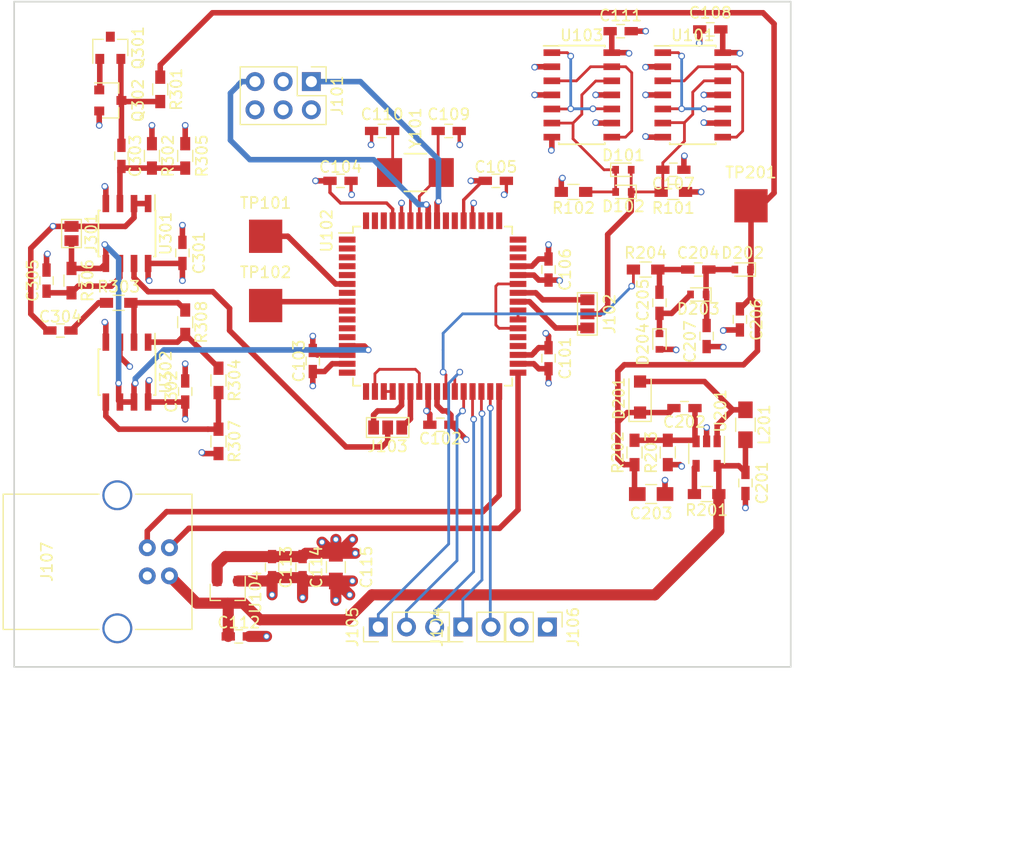
<source format=kicad_pcb>
(kicad_pcb (version 4) (host pcbnew 4.0.7)
  (layers (0 F.Cu signal) (1 PWR power hide) (2 GND power hide) (31 B.Cu signal) (34 B.Paste user) (35 F.Paste user) (36 B.SilkS user hide) (37 F.SilkS user hide) (38 B.Mask user) (39 F.Mask user) (44 Edge.Cuts user))
  (net 0 "")
  (net 1 +3V3)
  (net 2 GND)
  (net 3 /RO_OUT)
  (net 4 "Net-(C109-Pad1)")
  (net 5 "Net-(C110-Pad1)")
  (net 6 VBUS)
  (net 7 "Net-(C202-Pad1)")
  (net 8 VPP)
  (net 9 "Net-(C204-Pad1)")
  (net 10 "Net-(C204-Pad2)")
  (net 11 "Net-(C205-Pad2)")
  (net 12 "Net-(C303-Pad1)")
  (net 13 "Net-(C303-Pad2)")
  (net 14 "Net-(C304-Pad1)")
  (net 15 "Net-(C304-Pad2)")
  (net 16 "Net-(C305-Pad1)")
  (net 17 "Net-(D101-Pad1)")
  (net 18 "Net-(D201-Pad2)")
  (net 19 /PDI_DAT)
  (net 20 /PDI_CLK)
  (net 21 "Net-(J102-Pad1)")
  (net 22 "Net-(J102-Pad3)")
  (net 23 "Net-(J103-Pad1)")
  (net 24 AVE_DIG)
  (net 25 "Net-(J103-Pad3)")
  (net 26 "Net-(J104-Pad1)")
  (net 27 "Net-(J104-Pad2)")
  (net 28 "Net-(J105-Pad1)")
  (net 29 "Net-(J105-Pad2)")
  (net 30 "Net-(J105-Pad3)")
  (net 31 /USB_DP)
  (net 32 /USB_DM)
  (net 33 AVE_ANA)
  (net 34 "Net-(Q301-Pad1)")
  (net 35 "Net-(R201-Pad2)")
  (net 36 MULTIPLIER)
  (net 37 "Net-(R303-Pad2)")
  (net 38 "Net-(R304-Pad1)")
  (net 39 "Net-(R304-Pad2)")
  (net 40 "Net-(TP101-Pad1)")
  (net 41 "Net-(TP102-Pad1)")
  (net 42 /VA2)
  (net 43 /VA1)
  (net 44 "Net-(U102-Pad18)")
  (net 45 "Net-(U102-Pad19)")
  (net 46 "Net-(U102-Pad38)")
  (net 47 "Net-(U102-Pad39)")
  (net 48 /VB2)
  (net 49 /VB1)
  (module Housings_SOIC:SOIC-14_3.9x8.7mm_Pitch1.27mm (layer F.Cu) (at 101.17 68.41)
    (fp_text reference U101 (at 0 -5.375) (layer F.SilkS))
    (fp_text value CD4007)
    (pad 1 smd rect (at -2.7 -3.81) (size 1.5 0.6) (layers F.Cu F.Paste F.Mask) (net 42 /VA2))
    (pad 2 smd rect (at -2.7 -2.54) (size 1.5 0.6) (layers F.Cu F.Paste F.Mask) (net 1 +3V3))
    (pad 3 smd rect (at -2.7 -1.27) (size 1.5 0.6) (layers F.Cu F.Paste F.Mask) (net 43 /VA1))
    (pad 4 smd rect (at -2.7 0) (size 1.5 0.6) (layers F.Cu F.Paste F.Mask) (net 2 GND))
    (pad 5 smd rect (at -2.7 1.27) (size 1.5 0.6) (layers F.Cu F.Paste F.Mask) (net 42 /VA2))
    (pad 6 smd rect (at -2.7 2.54) (size 1.5 0.6) (layers F.Cu F.Paste F.Mask) (net 3 /RO_OUT))
    (pad 7 smd rect (at -2.7 3.81) (size 1.5 0.6) (layers F.Cu F.Paste F.Mask) (net 2 GND))
    (pad 8 smd rect (at 2.7 3.81) (size 1.5 0.6) (layers F.Cu F.Paste F.Mask) (net 43 /VA1))
    (pad 9 smd rect (at 2.7 2.54) (size 1.5 0.6) (layers F.Cu F.Paste F.Mask) (net 2 GND))
    (pad 10 smd rect (at 2.7 1.27) (size 1.5 0.6) (layers F.Cu F.Paste F.Mask) (net 42 /VA2))
    (pad 11 smd rect (at 2.7 0) (size 1.5 0.6) (layers F.Cu F.Paste F.Mask) (net 1 +3V3))
    (pad 12 smd rect (at 2.7 -1.27) (size 1.5 0.6) (layers F.Cu F.Paste F.Mask) (net 3 /RO_OUT))
    (pad 13 smd rect (at 2.7 -2.54) (size 1.5 0.6) (layers F.Cu F.Paste F.Mask) (net 43 /VA1))
    (pad 14 smd rect (at 2.7 -3.81) (size 1.5 0.6) (layers F.Cu F.Paste F.Mask) (net 1 +3V3))
  )
  (module Capacitors_SMD:C_0603_HandSoldering (layer F.Cu) (at 88.17 92.16 270)
    (fp_text reference C101 (at 0 -1.5 270) (layer F.SilkS))
    (fp_text value 100n)
    (pad 1 smd rect (at -0.95 0 270) (size 1.2 0.75) (layers F.Cu F.Paste F.Mask) (net 1 +3V3))
    (pad 2 smd rect (at 0.95 0 270) (size 1.2 0.75) (layers F.Cu F.Paste F.Mask) (net 2 GND))
  )
  (module Capacitors_SMD:C_0603_HandSoldering (layer F.Cu) (at 78.42 98.16 180)
    (fp_text reference C102 (at 0 -1.25 180) (layer F.SilkS))
    (fp_text value 100n)
    (pad 1 smd rect (at -0.95 0 180) (size 1.2 0.75) (layers F.Cu F.Paste F.Mask) (net 1 +3V3))
    (pad 2 smd rect (at 0.95 0 180) (size 1.2 0.75) (layers F.Cu F.Paste F.Mask) (net 2 GND))
  )
  (module Capacitors_SMD:C_0603_HandSoldering (layer F.Cu) (at 66.92 92.41 90)
    (fp_text reference C103 (at 0 -1.25 90) (layer F.SilkS))
    (fp_text value 100n)
    (pad 1 smd rect (at -0.95 0 90) (size 1.2 0.75) (layers F.Cu F.Paste F.Mask) (net 1 +3V3))
    (pad 2 smd rect (at 0.95 0 90) (size 1.2 0.75) (layers F.Cu F.Paste F.Mask) (net 2 GND))
  )
  (module Capacitors_SMD:C_0603_HandSoldering (layer F.Cu) (at 69.42 76.16)
    (fp_text reference C104 (at 0 -1.25) (layer F.SilkS))
    (fp_text value 100n)
    (pad 1 smd rect (at -0.95 0) (size 1.2 0.75) (layers F.Cu F.Paste F.Mask) (net 1 +3V3))
    (pad 2 smd rect (at 0.95 0) (size 1.2 0.75) (layers F.Cu F.Paste F.Mask) (net 2 GND))
  )
  (module Capacitors_SMD:C_0603_HandSoldering (layer F.Cu) (at 83.42 76.16)
    (fp_text reference C105 (at 0 -1.25) (layer F.SilkS))
    (fp_text value 100n)
    (pad 1 smd rect (at -0.95 0) (size 1.2 0.75) (layers F.Cu F.Paste F.Mask) (net 1 +3V3))
    (pad 2 smd rect (at 0.95 0) (size 1.2 0.75) (layers F.Cu F.Paste F.Mask) (net 2 GND))
  )
  (module Capacitors_SMD:C_0603_HandSoldering (layer F.Cu) (at 88.17 84.16 270)
    (fp_text reference C106 (at 0 -1.5 270) (layer F.SilkS))
    (fp_text value 100n)
    (pad 1 smd rect (at -0.95 0 270) (size 1.2 0.75) (layers F.Cu F.Paste F.Mask) (net 1 +3V3))
    (pad 2 smd rect (at 0.95 0 270) (size 1.2 0.75) (layers F.Cu F.Paste F.Mask) (net 2 GND))
  )
  (module Capacitors_SMD:C_0603_HandSoldering (layer F.Cu) (at 99.42 75.16 180)
    (fp_text reference C107 (at 0 -1.25 180) (layer F.SilkS))
    (fp_text value 1n)
    (pad 1 smd rect (at -0.95 0 180) (size 1.2 0.75) (layers F.Cu F.Paste F.Mask) (net 2 GND))
    (pad 2 smd rect (at 0.95 0 180) (size 1.2 0.75) (layers F.Cu F.Paste F.Mask) (net 3 /RO_OUT))
  )
  (module Capacitors_SMD:C_0603_HandSoldering (layer F.Cu) (at 102.75 62.5 180)
    (fp_text reference C108 (at 0 1.5 180) (layer F.SilkS))
    (fp_text value 100n)
    (pad 1 smd rect (at -0.95 0 180) (size 1.2 0.75) (layers F.Cu F.Paste F.Mask) (net 1 +3V3))
    (pad 2 smd rect (at 0.95 0 180) (size 1.2 0.75) (layers F.Cu F.Paste F.Mask) (net 2 GND))
  )
  (module Capacitors_SMD:C_0603_HandSoldering (layer F.Cu) (at 79.17 71.66)
    (fp_text reference C109 (at 0 -1.5) (layer F.SilkS))
    (fp_text value 18p)
    (pad 1 smd rect (at -0.95 0) (size 1.2 0.75) (layers F.Cu F.Paste F.Mask) (net 4 "Net-(C109-Pad1)"))
    (pad 2 smd rect (at 0.95 0) (size 1.2 0.75) (layers F.Cu F.Paste F.Mask) (net 2 GND))
  )
  (module Capacitors_SMD:C_0603_HandSoldering (layer F.Cu) (at 73.17 71.66 180)
    (fp_text reference C110 (at 0 1.5 180) (layer F.SilkS))
    (fp_text value 18p)
    (pad 1 smd rect (at -0.95 0 180) (size 1.2 0.75) (layers F.Cu F.Paste F.Mask) (net 5 "Net-(C110-Pad1)"))
    (pad 2 smd rect (at 0.95 0 180) (size 1.2 0.75) (layers F.Cu F.Paste F.Mask) (net 2 GND))
  )
  (module Capacitors_SMD:C_0603_HandSoldering (layer F.Cu) (at 94.67 62.66)
    (fp_text reference C111 (at 0 -1.41) (layer F.SilkS))
    (fp_text value 100n)
    (pad 1 smd rect (at -0.95 0) (size 1.2 0.75) (layers F.Cu F.Paste F.Mask) (net 1 +3V3))
    (pad 2 smd rect (at 0.95 0) (size 1.2 0.75) (layers F.Cu F.Paste F.Mask) (net 2 GND))
  )
  (module Capacitors_SMD:C_0603_HandSoldering (layer F.Cu) (at 60.25 117.25)
    (fp_text reference C112 (at 0 -1.25) (layer F.SilkS))
    (fp_text value 1u)
    (pad 1 smd rect (at -0.95 0) (size 1.2 0.75) (layers F.Cu F.Paste F.Mask) (net 6 VBUS))
    (pad 2 smd rect (at 0.95 0) (size 1.2 0.75) (layers F.Cu F.Paste F.Mask) (net 2 GND))
  )
  (module Capacitors_SMD:C_0603_HandSoldering (layer F.Cu) (at 63.25 111 270)
    (fp_text reference C113 (at 0 -1.25 270) (layer F.SilkS))
    (fp_text value 100u)
    (pad 1 smd rect (at -0.95 0 270) (size 1.2 0.75) (layers F.Cu F.Paste F.Mask) (net 1 +3V3))
    (pad 2 smd rect (at 0.95 0 270) (size 1.2 0.75) (layers F.Cu F.Paste F.Mask) (net 2 GND))
  )
  (module Capacitors_SMD:C_0603_HandSoldering (layer F.Cu) (at 66 111 270)
    (fp_text reference C114 (at 0 -1.25 270) (layer F.SilkS))
    (fp_text value 10u)
    (pad 1 smd rect (at -0.95 0 270) (size 1.2 0.75) (layers F.Cu F.Paste F.Mask) (net 1 +3V3))
    (pad 2 smd rect (at 0.95 0 270) (size 1.2 0.75) (layers F.Cu F.Paste F.Mask) (net 2 GND))
  )
  (module Capacitors_SMD:C_0805_HandSoldering (layer F.Cu) (at 69 111 270)
    (fp_text reference C115 (at 0 -2.75 270) (layer F.SilkS))
    (fp_text value 100u)
    (pad 1 smd rect (at -1.25 0 270) (size 1.5 1.25) (layers F.Cu F.Paste F.Mask) (net 1 +3V3))
    (pad 2 smd rect (at 1.25 0 270) (size 1.5 1.25) (layers F.Cu F.Paste F.Mask) (net 2 GND))
  )
  (module Capacitors_SMD:C_0603_HandSoldering (layer F.Cu) (at 105.92 103.41 270)
    (fp_text reference C201 (at 0 -1.5 270) (layer F.SilkS))
    (fp_text value 2.2u)
    (pad 1 smd rect (at -0.95 0 270) (size 1.2 0.75) (layers F.Cu F.Paste F.Mask) (net 6 VBUS))
    (pad 2 smd rect (at 0.95 0 270) (size 1.2 0.75) (layers F.Cu F.Paste F.Mask) (net 2 GND))
  )
  (module Capacitors_SMD:C_0603_HandSoldering (layer F.Cu) (at 100.42 96.66 180)
    (fp_text reference C202 (at 0 -1.25 180) (layer F.SilkS))
    (fp_text value 220p)
    (pad 1 smd rect (at -0.95 0 180) (size 1.2 0.75) (layers F.Cu F.Paste F.Mask) (net 7 "Net-(C202-Pad1)"))
    (pad 2 smd rect (at 0.95 0 180) (size 1.2 0.75) (layers F.Cu F.Paste F.Mask) (net 8 VPP))
  )
  (module Capacitors_SMD:C_0603_HandSoldering (layer F.Cu) (at 101.67 84.16)
    (fp_text reference C204 (at 0 -1.5) (layer F.SilkS))
    (fp_text value 1u)
    (pad 1 smd rect (at -0.95 0) (size 1.2 0.75) (layers F.Cu F.Paste F.Mask) (net 9 "Net-(C204-Pad1)"))
    (pad 2 smd rect (at 0.95 0) (size 1.2 0.75) (layers F.Cu F.Paste F.Mask) (net 10 "Net-(C204-Pad2)"))
  )
  (module Capacitors_SMD:C_0603_HandSoldering (layer F.Cu) (at 98.17 87.16 270)
    (fp_text reference C205 (at -0.25 1.5 270) (layer F.SilkS))
    (fp_text value 1u)
    (pad 1 smd rect (at -0.95 0 270) (size 1.2 0.75) (layers F.Cu F.Paste F.Mask) (net 9 "Net-(C204-Pad1)"))
    (pad 2 smd rect (at 0.95 0 270) (size 1.2 0.75) (layers F.Cu F.Paste F.Mask) (net 11 "Net-(C205-Pad2)"))
  )
  (module Capacitors_SMD:C_0603_HandSoldering (layer F.Cu) (at 105.42 88.66 270)
    (fp_text reference C206 (at 0 -1.5 270) (layer F.SilkS))
    (fp_text value 1u)
    (pad 1 smd rect (at -0.95 0 270) (size 1.2 0.75) (layers F.Cu F.Paste F.Mask) (net 8 VPP))
    (pad 2 smd rect (at 0.95 0 270) (size 1.2 0.75) (layers F.Cu F.Paste F.Mask) (net 2 GND))
  )
  (module Capacitors_SMD:C_0603_HandSoldering (layer F.Cu) (at 102.42 90.16 270)
    (fp_text reference C207 (at 0.5 1.5 270) (layer F.SilkS))
    (fp_text value 1u)
    (pad 1 smd rect (at -0.95 0 270) (size 1.2 0.75) (layers F.Cu F.Paste F.Mask) (net 10 "Net-(C204-Pad2)"))
    (pad 2 smd rect (at 0.95 0 270) (size 1.2 0.75) (layers F.Cu F.Paste F.Mask) (net 2 GND))
  )
  (module Capacitors_SMD:C_0603_HandSoldering (layer F.Cu) (at 55.17 82.66 90)
    (fp_text reference C301 (at 0 1.5 90) (layer F.SilkS))
    (fp_text value 10n)
    (pad 1 smd rect (at -0.95 0 90) (size 1.2 0.75) (layers F.Cu F.Paste F.Mask) (net 1 +3V3))
    (pad 2 smd rect (at 0.95 0 90) (size 1.2 0.75) (layers F.Cu F.Paste F.Mask) (net 2 GND))
  )
  (module Capacitors_SMD:C_0603_HandSoldering (layer F.Cu) (at 55.42 95.16 90)
    (fp_text reference C302 (at 0 -1.25 90) (layer F.SilkS))
    (fp_text value 10n)
    (pad 1 smd rect (at -0.95 0 90) (size 1.2 0.75) (layers F.Cu F.Paste F.Mask) (net 1 +3V3))
    (pad 2 smd rect (at 0.95 0 90) (size 1.2 0.75) (layers F.Cu F.Paste F.Mask) (net 2 GND))
  )
  (module Capacitors_SMD:C_0603_HandSoldering (layer F.Cu) (at 49.67 73.91 270)
    (fp_text reference C303 (at 0 -1.25 270) (layer F.SilkS))
    (fp_text value 10n)
    (pad 1 smd rect (at -0.95 0 270) (size 1.2 0.75) (layers F.Cu F.Paste F.Mask) (net 12 "Net-(C303-Pad1)"))
    (pad 2 smd rect (at 0.95 0 270) (size 1.2 0.75) (layers F.Cu F.Paste F.Mask) (net 13 "Net-(C303-Pad2)"))
  )
  (module Capacitors_SMD:C_0603_HandSoldering (layer F.Cu) (at 44.17 89.66)
    (fp_text reference C304 (at 0 -1.25) (layer F.SilkS))
    (fp_text value 470n)
    (pad 1 smd rect (at -0.95 0) (size 1.2 0.75) (layers F.Cu F.Paste F.Mask) (net 14 "Net-(C304-Pad1)"))
    (pad 2 smd rect (at 0.95 0) (size 1.2 0.75) (layers F.Cu F.Paste F.Mask) (net 15 "Net-(C304-Pad2)"))
  )
  (module Capacitors_SMD:C_0603_HandSoldering (layer F.Cu) (at 42.92 85.16 90)
    (fp_text reference C305 (at 0 -1.25 90) (layer F.SilkS))
    (fp_text value 100n)
    (pad 1 smd rect (at -0.95 0 90) (size 1.2 0.75) (layers F.Cu F.Paste F.Mask) (net 16 "Net-(C305-Pad1)"))
    (pad 2 smd rect (at 0.95 0 90) (size 1.2 0.75) (layers F.Cu F.Paste F.Mask) (net 2 GND))
  )
  (module Diodes_SMD:D_SOD-523 (layer F.Cu) (at 94.92 75.16)
    (fp_text reference D101 (at 0 -1.3) (layer F.SilkS))
    (fp_text value D_ALT)
    (pad 2 smd rect (at 0.7 0 180) (size 0.6 0.7) (layers F.Cu F.Paste F.Mask) (net 3 /RO_OUT))
    (pad 1 smd rect (at -0.7 0 180) (size 0.6 0.7) (layers F.Cu F.Paste F.Mask) (net 17 "Net-(D101-Pad1)"))
  )
  (module Diodes_SMD:D_SOD-523 (layer F.Cu) (at 94.92 77.16 180)
    (fp_text reference D102 (at 0 -1.3 180) (layer F.SilkS))
    (fp_text value D_ALT)
    (pad 2 smd rect (at 0.7 0) (size 0.6 0.7) (layers F.Cu F.Paste F.Mask) (net 17 "Net-(D101-Pad1)"))
    (pad 1 smd rect (at -0.7 0) (size 0.6 0.7) (layers F.Cu F.Paste F.Mask) (net 3 /RO_OUT))
  )
  (module Diodes_SMD:D_SOD-123F (layer F.Cu) (at 96.42 95.66 90)
    (fp_text reference D201 (at -0.127 -1.905 90) (layer F.SilkS))
    (fp_text value "1A 20V")
    (pad 1 smd rect (at -1.4 0 90) (size 1.1 1.1) (layers F.Cu F.Paste F.Mask) (net 8 VPP))
    (pad 2 smd rect (at 1.4 0 90) (size 1.1 1.1) (layers F.Cu F.Paste F.Mask) (net 18 "Net-(D201-Pad2)"))
  )
  (module Diodes_SMD:D_SOD-523 (layer F.Cu) (at 105.67 84.16 180)
    (fp_text reference D202 (at 0 1.5 180) (layer F.SilkS))
    (fp_text value D)
    (pad 2 smd rect (at 0.7 0) (size 0.6 0.7) (layers F.Cu F.Paste F.Mask) (net 10 "Net-(C204-Pad2)"))
    (pad 1 smd rect (at -0.7 0) (size 0.6 0.7) (layers F.Cu F.Paste F.Mask) (net 8 VPP))
  )
  (module Diodes_SMD:D_SOD-523 (layer F.Cu) (at 101.67 86.41 180)
    (fp_text reference D203 (at 0 -1.3 180) (layer F.SilkS))
    (fp_text value D)
    (pad 2 smd rect (at 0.7 0) (size 0.6 0.7) (layers F.Cu F.Paste F.Mask) (net 11 "Net-(C205-Pad2)"))
    (pad 1 smd rect (at -0.7 0) (size 0.6 0.7) (layers F.Cu F.Paste F.Mask) (net 10 "Net-(C204-Pad2)"))
  )
  (module Diodes_SMD:D_SOD-523 (layer F.Cu) (at 98.17 90.66 270)
    (fp_text reference D204 (at 0.25 1.5 270) (layer F.SilkS))
    (fp_text value D)
    (pad 2 smd rect (at 0.7 0 90) (size 0.6 0.7) (layers F.Cu F.Paste F.Mask) (net 2 GND))
    (pad 1 smd rect (at -0.7 0 90) (size 0.6 0.7) (layers F.Cu F.Paste F.Mask) (net 11 "Net-(C205-Pad2)"))
  )
  (module Pin_Headers:Pin_Header_Straight_2x03_Pitch2.54mm (layer F.Cu) (at 66.79 67.21 270)
    (fp_text reference J101 (at 1.27 -2.33 270) (layer F.SilkS))
    (fp_text value AVR-PDI-6A)
    (pad 1 thru_hole rect (at 0 0 270) (size 1.7 1.7) (drill 1) (layers *.Cu *.Mask) (net 19 /PDI_DAT))
    (pad 2 thru_hole oval (at 2.54 0 270) (size 1.7 1.7) (drill 1) (layers *.Cu *.Mask) (net 1 +3V3))
    (pad 3 thru_hole oval (at 0 2.54 270) (size 1.7 1.7) (drill 1) (layers *.Cu *.Mask))
    (pad 4 thru_hole oval (at 2.54 2.54 270) (size 1.7 1.7) (drill 1) (layers *.Cu *.Mask))
    (pad 5 thru_hole oval (at 0 5.08 270) (size 1.7 1.7) (drill 1) (layers *.Cu *.Mask) (net 20 /PDI_CLK))
    (pad 6 thru_hole oval (at 2.54 5.08 270) (size 1.7 1.7) (drill 1) (layers *.Cu *.Mask) (net 2 GND))
  )
  (module Connectors:GS3 (layer F.Cu) (at 91.67 88.16 180)
    (fp_text reference J102 (at -2 0 270) (layer F.SilkS))
    (fp_text value GS3)
    (pad 1 smd rect (at 0 -1.27 180) (size 1.27 0.97) (layers F.Cu F.Paste F.Mask) (net 21 "Net-(J102-Pad1)"))
    (pad 2 smd rect (at 0 0 180) (size 1.27 0.97) (layers F.Cu F.Paste F.Mask) (net 3 /RO_OUT))
    (pad 3 smd rect (at 0 1.27 180) (size 1.27 0.97) (layers F.Cu F.Paste F.Mask) (net 22 "Net-(J102-Pad3)"))
  )
  (module Connectors:GS3 (layer F.Cu) (at 73.67 98.41 90)
    (fp_text reference J103 (at -1.7 0 180) (layer F.SilkS))
    (fp_text value GS3)
    (pad 1 smd rect (at 0 -1.27 90) (size 1.27 0.97) (layers F.Cu F.Paste F.Mask) (net 23 "Net-(J103-Pad1)"))
    (pad 2 smd rect (at 0 0 90) (size 1.27 0.97) (layers F.Cu F.Paste F.Mask) (net 24 AVE_DIG))
    (pad 3 smd rect (at 0 1.27 90) (size 1.27 0.97) (layers F.Cu F.Paste F.Mask) (net 25 "Net-(J103-Pad3)"))
  )
  (module Pin_Headers:Pin_Header_Straight_1x02_Pitch2.54mm (layer F.Cu) (at 80.444 116.398 90)
    (fp_text reference J104 (at 0 -2.33 90) (layer F.SilkS))
    (fp_text value Conn_01x02)
    (pad 1 thru_hole rect (at 0 0 90) (size 1.7 1.7) (drill 1) (layers *.Cu *.Mask) (net 26 "Net-(J104-Pad1)"))
    (pad 2 thru_hole oval (at 0 2.54 90) (size 1.7 1.7) (drill 1) (layers *.Cu *.Mask) (net 27 "Net-(J104-Pad2)"))
  )
  (module Pin_Headers:Pin_Header_Straight_1x03_Pitch2.54mm (layer F.Cu) (at 72.824 116.398 90)
    (fp_text reference J105 (at 0 -2.33 90) (layer F.SilkS))
    (fp_text value Conn_01x03)
    (pad 1 thru_hole rect (at 0 0 90) (size 1.7 1.7) (drill 1) (layers *.Cu *.Mask) (net 28 "Net-(J105-Pad1)"))
    (pad 2 thru_hole oval (at 0 2.54 90) (size 1.7 1.7) (drill 1) (layers *.Cu *.Mask) (net 29 "Net-(J105-Pad2)"))
    (pad 3 thru_hole oval (at 0 5.08 90) (size 1.7 1.7) (drill 1) (layers *.Cu *.Mask) (net 30 "Net-(J105-Pad3)"))
  )
  (module Pin_Headers:Pin_Header_Straight_1x02_Pitch2.54mm (layer F.Cu) (at 88.064 116.398 270)
    (fp_text reference J106 (at 0 -2.33 270) (layer F.SilkS))
    (fp_text value Conn_01x02)
    (pad 1 thru_hole rect (at 0 0 270) (size 1.7 1.7) (drill 1) (layers *.Cu *.Mask) (net 1 +3V3))
    (pad 2 thru_hole oval (at 0 2.54 270) (size 1.7 1.7) (drill 1) (layers *.Cu *.Mask) (net 2 GND))
  )
  (module Connectors:USB_B (layer F.Cu) (at 54 111.79 180)
    (fp_text reference J107 (at 11.05 1.27 270) (layer F.SilkS))
    (fp_text value USB_B)
    (pad 2 thru_hole circle (at 0 2.54 90) (size 1.52 1.52) (drill 0.81) (layers *.Cu *.Mask) (net 31 /USB_DP))
    (pad 1 thru_hole circle (at 0 0 90) (size 1.52 1.52) (drill 0.81) (layers *.Cu *.Mask) (net 6 VBUS))
    (pad 4 thru_hole circle (at 2 0 90) (size 1.52 1.52) (drill 0.81) (layers *.Cu *.Mask) (net 2 GND))
    (pad 3 thru_hole circle (at 2 2.54 90) (size 1.52 1.52) (drill 0.81) (layers *.Cu *.Mask) (net 32 /USB_DM))
    (pad 5 thru_hole circle (at 4.7 7.27 90) (size 2.7 2.7) (drill 2.3) (layers *.Cu *.Mask) (net 2 GND))
    (pad 5 thru_hole circle (at 4.7 -4.73 90) (size 2.7 2.7) (drill 2.3) (layers *.Cu *.Mask) (net 2 GND))
  )
  (module Connectors:GS2 (layer F.Cu) (at 45.17 80.91)
    (fp_text reference J301 (at 1.78 0 90) (layer F.SilkS))
    (fp_text value GS2)
    (pad 1 smd rect (at 0 -0.64) (size 1.27 0.97) (layers F.Cu F.Paste F.Mask) (net 14 "Net-(C304-Pad1)"))
    (pad 2 smd rect (at 0 0.64) (size 1.27 0.97) (layers F.Cu F.Paste F.Mask) (net 33 AVE_ANA))
  )
  (module Resistors_SMD:R_0805_HandSoldering (layer F.Cu) (at 105.92 98.16 270)
    (fp_text reference L201 (at 0 -1.7 270) (layer F.SilkS))
    (fp_text value 10u)
    (pad 1 smd rect (at -1.35 0 270) (size 1.5 1.3) (layers F.Cu F.Paste F.Mask) (net 18 "Net-(D201-Pad2)"))
    (pad 2 smd rect (at 1.35 0 270) (size 1.5 1.3) (layers F.Cu F.Paste F.Mask) (net 6 VBUS))
  )
  (module TO_SOT_Packages_SMD:SOT-23 (layer F.Cu) (at 48.67 64.16 90)
    (fp_text reference Q301 (at 0 2.5 90) (layer F.SilkS))
    (fp_text value MMBT3904)
    (pad 1 smd rect (at -1 -0.95 90) (size 0.9 0.8) (layers F.Cu F.Paste F.Mask) (net 34 "Net-(Q301-Pad1)"))
    (pad 2 smd rect (at -1 0.95 90) (size 0.9 0.8) (layers F.Cu F.Paste F.Mask) (net 12 "Net-(C303-Pad1)"))
    (pad 3 smd rect (at 1 0 90) (size 0.9 0.8) (layers F.Cu F.Paste F.Mask))
  )
  (module TO_SOT_Packages_SMD:SOT-23 (layer F.Cu) (at 48.67 68.91)
    (fp_text reference Q302 (at 2.5 0 90) (layer F.SilkS))
    (fp_text value MMBT3904)
    (pad 1 smd rect (at -1 -0.95) (size 0.9 0.8) (layers F.Cu F.Paste F.Mask) (net 34 "Net-(Q301-Pad1)"))
    (pad 2 smd rect (at -1 0.95) (size 0.9 0.8) (layers F.Cu F.Paste F.Mask) (net 2 GND))
    (pad 3 smd rect (at 1 0) (size 0.9 0.8) (layers F.Cu F.Paste F.Mask) (net 12 "Net-(C303-Pad1)"))
  )
  (module Resistors_SMD:R_0603_HandSoldering (layer F.Cu) (at 99.42 77.16 180)
    (fp_text reference R101 (at 0 -1.45 180) (layer F.SilkS))
    (fp_text value 10k)
    (pad 1 smd rect (at -1.1 0 180) (size 1.2 0.9) (layers F.Cu F.Paste F.Mask) (net 2 GND))
    (pad 2 smd rect (at 1.1 0 180) (size 1.2 0.9) (layers F.Cu F.Paste F.Mask) (net 3 /RO_OUT))
  )
  (module Resistors_SMD:R_0603_HandSoldering (layer F.Cu) (at 90.42 77.16 180)
    (fp_text reference R102 (at 0 -1.45 180) (layer F.SilkS))
    (fp_text value 10k)
    (pad 1 smd rect (at -1.1 0 180) (size 1.2 0.9) (layers F.Cu F.Paste F.Mask) (net 17 "Net-(D101-Pad1)"))
    (pad 2 smd rect (at 1.1 0 180) (size 1.2 0.9) (layers F.Cu F.Paste F.Mask) (net 2 GND))
  )
  (module Resistors_SMD:R_0603_HandSoldering (layer F.Cu) (at 102.42 104.41 180)
    (fp_text reference R201 (at 0 -1.45 180) (layer F.SilkS))
    (fp_text value 51.1k)
    (pad 1 smd rect (at -1.1 0 180) (size 1.2 0.9) (layers F.Cu F.Paste F.Mask) (net 6 VBUS))
    (pad 2 smd rect (at 1.1 0 180) (size 1.2 0.9) (layers F.Cu F.Paste F.Mask) (net 35 "Net-(R201-Pad2)"))
  )
  (module Resistors_SMD:R_0603_HandSoldering (layer F.Cu) (at 95.92 100.66 270)
    (fp_text reference R202 (at 0 1.5 270) (layer F.SilkS))
    (fp_text value 130k)
    (pad 1 smd rect (at -1.1 0 270) (size 1.2 0.9) (layers F.Cu F.Paste F.Mask) (net 7 "Net-(C202-Pad1)"))
    (pad 2 smd rect (at 1.1 0 270) (size 1.2 0.9) (layers F.Cu F.Paste F.Mask) (net 8 VPP))
  )
  (module Resistors_SMD:R_0603_HandSoldering (layer F.Cu) (at 98.92 100.66 270)
    (fp_text reference R203 (at 0 1.5 270) (layer F.SilkS))
    (fp_text value 13.3k)
    (pad 1 smd rect (at -1.1 0 270) (size 1.2 0.9) (layers F.Cu F.Paste F.Mask) (net 7 "Net-(C202-Pad1)"))
    (pad 2 smd rect (at 1.1 0 270) (size 1.2 0.9) (layers F.Cu F.Paste F.Mask) (net 2 GND))
  )
  (module Resistors_SMD:R_0603_HandSoldering (layer F.Cu) (at 96.92 84.16)
    (fp_text reference R204 (at 0 -1.5) (layer F.SilkS))
    (fp_text value 240)
    (pad 1 smd rect (at -1.1 0) (size 1.2 0.9) (layers F.Cu F.Paste F.Mask) (net 36 MULTIPLIER))
    (pad 2 smd rect (at 1.1 0) (size 1.2 0.9) (layers F.Cu F.Paste F.Mask) (net 9 "Net-(C204-Pad1)"))
  )
  (module Resistors_SMD:R_0603_HandSoldering (layer F.Cu) (at 53.17 67.91 270)
    (fp_text reference R301 (at 0 -1.45 270) (layer F.SilkS))
    (fp_text value 150k)
    (pad 1 smd rect (at -1.1 0 270) (size 1.2 0.9) (layers F.Cu F.Paste F.Mask) (net 8 VPP))
    (pad 2 smd rect (at 1.1 0 270) (size 1.2 0.9) (layers F.Cu F.Paste F.Mask) (net 12 "Net-(C303-Pad1)"))
  )
  (module Resistors_SMD:R_0603_HandSoldering (layer F.Cu) (at 52.42 73.91 270)
    (fp_text reference R302 (at 0 -1.45 270) (layer F.SilkS))
    (fp_text value 1M)
    (pad 1 smd rect (at -1.1 0 270) (size 1.2 0.9) (layers F.Cu F.Paste F.Mask) (net 1 +3V3))
    (pad 2 smd rect (at 1.1 0 270) (size 1.2 0.9) (layers F.Cu F.Paste F.Mask) (net 13 "Net-(C303-Pad2)"))
  )
  (module Resistors_SMD:R_0603_HandSoldering (layer F.Cu) (at 49.42 87.16)
    (fp_text reference R303 (at 0 -1.45) (layer F.SilkS))
    (fp_text value 10k)
    (pad 1 smd rect (at -1.1 0) (size 1.2 0.9) (layers F.Cu F.Paste F.Mask) (net 15 "Net-(C304-Pad2)"))
    (pad 2 smd rect (at 1.1 0) (size 1.2 0.9) (layers F.Cu F.Paste F.Mask) (net 37 "Net-(R303-Pad2)"))
  )
  (module Resistors_SMD:R_0603_HandSoldering (layer F.Cu) (at 58.42 94.16 270)
    (fp_text reference R304 (at 0 -1.45 270) (layer F.SilkS))
    (fp_text value 1M)
    (pad 1 smd rect (at -1.1 0 270) (size 1.2 0.9) (layers F.Cu F.Paste F.Mask) (net 38 "Net-(R304-Pad1)"))
    (pad 2 smd rect (at 1.1 0 270) (size 1.2 0.9) (layers F.Cu F.Paste F.Mask) (net 39 "Net-(R304-Pad2)"))
  )
  (module Resistors_SMD:R_0603_HandSoldering (layer F.Cu) (at 55.42 73.91 90)
    (fp_text reference R305 (at 0 1.5 90) (layer F.SilkS))
    (fp_text value 1M)
    (pad 1 smd rect (at -1.1 0 90) (size 1.2 0.9) (layers F.Cu F.Paste F.Mask) (net 13 "Net-(C303-Pad2)"))
    (pad 2 smd rect (at 1.1 0 90) (size 1.2 0.9) (layers F.Cu F.Paste F.Mask) (net 2 GND))
  )
  (module Resistors_SMD:R_0603_HandSoldering (layer F.Cu) (at 45.17 85.16 270)
    (fp_text reference R306 (at 0 -1.45 270) (layer F.SilkS))
    (fp_text value 1M)
    (pad 1 smd rect (at -1.1 0 270) (size 1.2 0.9) (layers F.Cu F.Paste F.Mask) (net 33 AVE_ANA))
    (pad 2 smd rect (at 1.1 0 270) (size 1.2 0.9) (layers F.Cu F.Paste F.Mask) (net 16 "Net-(C305-Pad1)"))
  )
  (module Resistors_SMD:R_0603_HandSoldering (layer F.Cu) (at 58.42 99.66 270)
    (fp_text reference R307 (at 0 -1.45 270) (layer F.SilkS))
    (fp_text value 4.7k)
    (pad 1 smd rect (at -1.1 0 270) (size 1.2 0.9) (layers F.Cu F.Paste F.Mask) (net 39 "Net-(R304-Pad2)"))
    (pad 2 smd rect (at 1.1 0 270) (size 1.2 0.9) (layers F.Cu F.Paste F.Mask) (net 2 GND))
  )
  (module Resistors_SMD:R_0603_HandSoldering (layer F.Cu) (at 55.42 88.91 270)
    (fp_text reference R308 (at 0 -1.45 270) (layer F.SilkS))
    (fp_text value 100k)
    (pad 1 smd rect (at -1.1 0 270) (size 1.2 0.9) (layers F.Cu F.Paste F.Mask) (net 37 "Net-(R303-Pad2)"))
    (pad 2 smd rect (at 1.1 0 270) (size 1.2 0.9) (layers F.Cu F.Paste F.Mask) (net 38 "Net-(R304-Pad1)"))
  )
  (module Measurement_Points:Measurement_Point_Square-SMD-Pad_Big (layer F.Cu) (at 62.67 81.16)
    (fp_text reference TP101 (at 0 -3) (layer F.SilkS))
    (fp_text value TEST)
    (pad 1 smd rect (at 0 0) (size 3 3) (layers F.Cu F.Mask) (net 40 "Net-(TP101-Pad1)"))
  )
  (module Measurement_Points:Measurement_Point_Square-SMD-Pad_Big (layer F.Cu) (at 62.67 87.41)
    (fp_text reference TP102 (at 0 -3) (layer F.SilkS))
    (fp_text value TEST)
    (pad 1 smd rect (at 0 0) (size 3 3) (layers F.Cu F.Mask) (net 41 "Net-(TP102-Pad1)"))
  )
  (module Measurement_Points:Measurement_Point_Square-SMD-Pad_Big (layer F.Cu) (at 106.42 78.41)
    (fp_text reference TP201 (at 0 -3) (layer F.SilkS))
    (fp_text value TEST)
    (pad 1 smd rect (at 0 0) (size 3 3) (layers F.Cu F.Mask) (net 8 VPP))
  )
  (module Housings_QFP:TQFP-64_14x14mm_Pitch0.8mm (layer F.Cu) (at 77.72 87.46)
    (fp_text reference U102 (at -9.55 -6.8 90) (layer F.SilkS))
    (fp_text value XMEGA64A3U-A)
    (pad 1 smd rect (at -7.7 -6) (size 1.5 0.55) (layers F.Cu F.Paste F.Mask))
    (pad 2 smd rect (at -7.7 -5.2) (size 1.5 0.55) (layers F.Cu F.Paste F.Mask))
    (pad 3 smd rect (at -7.7 -4.4) (size 1.5 0.55) (layers F.Cu F.Paste F.Mask))
    (pad 4 smd rect (at -7.7 -3.6) (size 1.5 0.55) (layers F.Cu F.Paste F.Mask))
    (pad 5 smd rect (at -7.7 -2.8) (size 1.5 0.55) (layers F.Cu F.Paste F.Mask))
    (pad 6 smd rect (at -7.7 -2) (size 1.5 0.55) (layers F.Cu F.Paste F.Mask) (net 40 "Net-(TP101-Pad1)"))
    (pad 7 smd rect (at -7.7 -1.2) (size 1.5 0.55) (layers F.Cu F.Paste F.Mask))
    (pad 8 smd rect (at -7.7 -0.4) (size 1.5 0.55) (layers F.Cu F.Paste F.Mask) (net 41 "Net-(TP102-Pad1)"))
    (pad 9 smd rect (at -7.7 0.4) (size 1.5 0.55) (layers F.Cu F.Paste F.Mask))
    (pad 10 smd rect (at -7.7 1.2) (size 1.5 0.55) (layers F.Cu F.Paste F.Mask))
    (pad 11 smd rect (at -7.7 2) (size 1.5 0.55) (layers F.Cu F.Paste F.Mask))
    (pad 12 smd rect (at -7.7 2.8) (size 1.5 0.55) (layers F.Cu F.Paste F.Mask))
    (pad 13 smd rect (at -7.7 3.6) (size 1.5 0.55) (layers F.Cu F.Paste F.Mask) (net 33 AVE_ANA))
    (pad 14 smd rect (at -7.7 4.4) (size 1.5 0.55) (layers F.Cu F.Paste F.Mask) (net 2 GND))
    (pad 15 smd rect (at -7.7 5.2) (size 1.5 0.55) (layers F.Cu F.Paste F.Mask) (net 1 +3V3))
    (pad 16 smd rect (at -7.7 6) (size 1.5 0.55) (layers F.Cu F.Paste F.Mask))
    (pad 17 smd rect (at -6 7.7 90) (size 1.5 0.55) (layers F.Cu F.Paste F.Mask))
    (pad 18 smd rect (at -5.2 7.7 90) (size 1.5 0.55) (layers F.Cu F.Paste F.Mask) (net 44 "Net-(U102-Pad18)"))
    (pad 19 smd rect (at -4.4 7.7 90) (size 1.5 0.55) (layers F.Cu F.Paste F.Mask) (net 45 "Net-(U102-Pad19)"))
    (pad 20 smd rect (at -3.6 7.7 90) (size 1.5 0.55) (layers F.Cu F.Paste F.Mask) (net 45 "Net-(U102-Pad19)"))
    (pad 21 smd rect (at -2.8 7.7 90) (size 1.5 0.55) (layers F.Cu F.Paste F.Mask) (net 23 "Net-(J103-Pad1)"))
    (pad 22 smd rect (at -2 7.7 90) (size 1.5 0.55) (layers F.Cu F.Paste F.Mask) (net 25 "Net-(J103-Pad3)"))
    (pad 23 smd rect (at -1.2 7.7 90) (size 1.5 0.55) (layers F.Cu F.Paste F.Mask) (net 44 "Net-(U102-Pad18)"))
    (pad 24 smd rect (at -0.4 7.7 90) (size 1.5 0.55) (layers F.Cu F.Paste F.Mask) (net 2 GND))
    (pad 25 smd rect (at 0.4 7.7 90) (size 1.5 0.55) (layers F.Cu F.Paste F.Mask) (net 1 +3V3))
    (pad 26 smd rect (at 1.2 7.7 90) (size 1.5 0.55) (layers F.Cu F.Paste F.Mask) (net 36 MULTIPLIER))
    (pad 27 smd rect (at 2 7.7 90) (size 1.5 0.55) (layers F.Cu F.Paste F.Mask) (net 28 "Net-(J105-Pad1)"))
    (pad 28 smd rect (at 2.8 7.7 90) (size 1.5 0.55) (layers F.Cu F.Paste F.Mask) (net 29 "Net-(J105-Pad2)"))
    (pad 29 smd rect (at 3.6 7.7 90) (size 1.5 0.55) (layers F.Cu F.Paste F.Mask) (net 30 "Net-(J105-Pad3)"))
    (pad 30 smd rect (at 4.4 7.7 90) (size 1.5 0.55) (layers F.Cu F.Paste F.Mask) (net 26 "Net-(J104-Pad1)"))
    (pad 31 smd rect (at 5.2 7.7 90) (size 1.5 0.55) (layers F.Cu F.Paste F.Mask) (net 27 "Net-(J104-Pad2)"))
    (pad 32 smd rect (at 6 7.7 90) (size 1.5 0.55) (layers F.Cu F.Paste F.Mask) (net 32 /USB_DM))
    (pad 33 smd rect (at 7.7 6) (size 1.5 0.55) (layers F.Cu F.Paste F.Mask) (net 31 /USB_DP))
    (pad 34 smd rect (at 7.7 5.2) (size 1.5 0.55) (layers F.Cu F.Paste F.Mask) (net 2 GND))
    (pad 35 smd rect (at 7.7 4.4) (size 1.5 0.55) (layers F.Cu F.Paste F.Mask) (net 1 +3V3))
    (pad 36 smd rect (at 7.7 3.6) (size 1.5 0.55) (layers F.Cu F.Paste F.Mask))
    (pad 37 smd rect (at 7.7 2.8) (size 1.5 0.55) (layers F.Cu F.Paste F.Mask))
    (pad 38 smd rect (at 7.7 2) (size 1.5 0.55) (layers F.Cu F.Paste F.Mask) (net 46 "Net-(U102-Pad38)"))
    (pad 39 smd rect (at 7.7 1.2) (size 1.5 0.55) (layers F.Cu F.Paste F.Mask) (net 47 "Net-(U102-Pad39)"))
    (pad 40 smd rect (at 7.7 0.4) (size 1.5 0.55) (layers F.Cu F.Paste F.Mask) (net 47 "Net-(U102-Pad39)"))
    (pad 41 smd rect (at 7.7 -0.4) (size 1.5 0.55) (layers F.Cu F.Paste F.Mask) (net 21 "Net-(J102-Pad1)"))
    (pad 42 smd rect (at 7.7 -1.2) (size 1.5 0.55) (layers F.Cu F.Paste F.Mask) (net 22 "Net-(J102-Pad3)"))
    (pad 43 smd rect (at 7.7 -2) (size 1.5 0.55) (layers F.Cu F.Paste F.Mask) (net 46 "Net-(U102-Pad38)"))
    (pad 44 smd rect (at 7.7 -2.8) (size 1.5 0.55) (layers F.Cu F.Paste F.Mask) (net 2 GND))
    (pad 45 smd rect (at 7.7 -3.6) (size 1.5 0.55) (layers F.Cu F.Paste F.Mask) (net 1 +3V3))
    (pad 46 smd rect (at 7.7 -4.4) (size 1.5 0.55) (layers F.Cu F.Paste F.Mask))
    (pad 47 smd rect (at 7.7 -5.2) (size 1.5 0.55) (layers F.Cu F.Paste F.Mask))
    (pad 48 smd rect (at 7.7 -6) (size 1.5 0.55) (layers F.Cu F.Paste F.Mask))
    (pad 49 smd rect (at 6 -7.7 90) (size 1.5 0.55) (layers F.Cu F.Paste F.Mask))
    (pad 50 smd rect (at 5.2 -7.7 90) (size 1.5 0.55) (layers F.Cu F.Paste F.Mask))
    (pad 51 smd rect (at 4.4 -7.7 90) (size 1.5 0.55) (layers F.Cu F.Paste F.Mask))
    (pad 52 smd rect (at 3.6 -7.7 90) (size 1.5 0.55) (layers F.Cu F.Paste F.Mask) (net 2 GND))
    (pad 53 smd rect (at 2.8 -7.7 90) (size 1.5 0.55) (layers F.Cu F.Paste F.Mask) (net 1 +3V3))
    (pad 54 smd rect (at 2 -7.7 90) (size 1.5 0.55) (layers F.Cu F.Paste F.Mask))
    (pad 55 smd rect (at 1.2 -7.7 90) (size 1.5 0.55) (layers F.Cu F.Paste F.Mask))
    (pad 56 smd rect (at 0.4 -7.7 90) (size 1.5 0.55) (layers F.Cu F.Paste F.Mask) (net 19 /PDI_DAT))
    (pad 57 smd rect (at -0.4 -7.7 90) (size 1.5 0.55) (layers F.Cu F.Paste F.Mask) (net 20 /PDI_CLK))
    (pad 58 smd rect (at -1.2 -7.7 90) (size 1.5 0.55) (layers F.Cu F.Paste F.Mask) (net 4 "Net-(C109-Pad1)"))
    (pad 59 smd rect (at -2 -7.7 90) (size 1.5 0.55) (layers F.Cu F.Paste F.Mask) (net 5 "Net-(C110-Pad1)"))
    (pad 60 smd rect (at -2.8 -7.7 90) (size 1.5 0.55) (layers F.Cu F.Paste F.Mask) (net 2 GND))
    (pad 61 smd rect (at -3.6 -7.7 90) (size 1.5 0.55) (layers F.Cu F.Paste F.Mask) (net 1 +3V3))
    (pad 62 smd rect (at -4.4 -7.7 90) (size 1.5 0.55) (layers F.Cu F.Paste F.Mask))
    (pad 63 smd rect (at -5.2 -7.7 90) (size 1.5 0.55) (layers F.Cu F.Paste F.Mask))
    (pad 64 smd rect (at -6 -7.7 90) (size 1.5 0.55) (layers F.Cu F.Paste F.Mask))
  )
  (module TO_SOT_Packages_SMD:SOT-23 (layer F.Cu) (at 59.25 113.25 270)
    (fp_text reference U104 (at 0 -2.5 270) (layer F.SilkS))
    (fp_text value MCP1700)
    (pad 1 smd rect (at -1 -0.95 270) (size 0.9 0.8) (layers F.Cu F.Paste F.Mask) (net 2 GND))
    (pad 2 smd rect (at -1 0.95 270) (size 0.9 0.8) (layers F.Cu F.Paste F.Mask) (net 1 +3V3))
    (pad 3 smd rect (at 1 0 270) (size 0.9 0.8) (layers F.Cu F.Paste F.Mask) (net 6 VBUS))
  )
  (module TO_SOT_Packages_SMD:SOT-23-5 (layer F.Cu) (at 102.42 100.76 270)
    (fp_text reference U201 (at -3.85 -1.25 270) (layer F.SilkS))
    (fp_text value LM2731)
    (pad 1 smd rect (at -1.1 -0.95 270) (size 1.06 0.65) (layers F.Cu F.Paste F.Mask) (net 18 "Net-(D201-Pad2)"))
    (pad 2 smd rect (at -1.1 0 270) (size 1.06 0.65) (layers F.Cu F.Paste F.Mask) (net 2 GND))
    (pad 3 smd rect (at -1.1 0.95 270) (size 1.06 0.65) (layers F.Cu F.Paste F.Mask) (net 7 "Net-(C202-Pad1)"))
    (pad 4 smd rect (at 1.1 0.95 270) (size 1.06 0.65) (layers F.Cu F.Paste F.Mask) (net 35 "Net-(R201-Pad2)"))
    (pad 5 smd rect (at 1.1 -0.95 270) (size 1.06 0.65) (layers F.Cu F.Paste F.Mask) (net 6 VBUS))
  )
  (module Housings_SOIC:SOIC-8_3.9x4.9mm_Pitch1.27mm (layer F.Cu) (at 50.17 80.91 270)
    (fp_text reference U301 (at 0 -3.5 270) (layer F.SilkS))
    (fp_text value TL082)
    (pad 1 smd rect (at -2.7 -1.905 270) (size 1.55 0.6) (layers F.Cu F.Paste F.Mask) (net 14 "Net-(C304-Pad1)"))
    (pad 2 smd rect (at -2.7 -0.635 270) (size 1.55 0.6) (layers F.Cu F.Paste F.Mask) (net 14 "Net-(C304-Pad1)"))
    (pad 3 smd rect (at -2.7 0.635 270) (size 1.55 0.6) (layers F.Cu F.Paste F.Mask) (net 13 "Net-(C303-Pad2)"))
    (pad 4 smd rect (at -2.7 1.905 270) (size 1.55 0.6) (layers F.Cu F.Paste F.Mask) (net 2 GND))
    (pad 5 smd rect (at 2.7 1.905 270) (size 1.55 0.6) (layers F.Cu F.Paste F.Mask) (net 33 AVE_ANA))
    (pad 6 smd rect (at 2.7 0.635 270) (size 1.55 0.6) (layers F.Cu F.Paste F.Mask) (net 16 "Net-(C305-Pad1)"))
    (pad 7 smd rect (at 2.7 -0.635 270) (size 1.55 0.6) (layers F.Cu F.Paste F.Mask) (net 24 AVE_DIG))
    (pad 8 smd rect (at 2.7 -1.905 270) (size 1.55 0.6) (layers F.Cu F.Paste F.Mask) (net 1 +3V3))
  )
  (module Housings_SOIC:SOIC-8_3.9x4.9mm_Pitch1.27mm (layer F.Cu) (at 50.17 93.41 270)
    (fp_text reference U302 (at 0 -3.5 270) (layer F.SilkS))
    (fp_text value TL082)
    (pad 1 smd rect (at -2.7 -1.905 270) (size 1.55 0.6) (layers F.Cu F.Paste F.Mask) (net 38 "Net-(R304-Pad1)"))
    (pad 2 smd rect (at -2.7 -0.635 270) (size 1.55 0.6) (layers F.Cu F.Paste F.Mask) (net 37 "Net-(R303-Pad2)"))
    (pad 3 smd rect (at -2.7 0.635 270) (size 1.55 0.6) (layers F.Cu F.Paste F.Mask) (net 1 +3V3))
    (pad 4 smd rect (at -2.7 1.905 270) (size 1.55 0.6) (layers F.Cu F.Paste F.Mask) (net 2 GND))
    (pad 5 smd rect (at 2.7 1.905 270) (size 1.55 0.6) (layers F.Cu F.Paste F.Mask) (net 39 "Net-(R304-Pad2)"))
    (pad 6 smd rect (at 2.7 0.635 270) (size 1.55 0.6) (layers F.Cu F.Paste F.Mask) (net 33 AVE_ANA))
    (pad 7 smd rect (at 2.7 -0.635 270) (size 1.55 0.6) (layers F.Cu F.Paste F.Mask) (net 33 AVE_ANA))
    (pad 8 smd rect (at 2.7 -1.905 270) (size 1.55 0.6) (layers F.Cu F.Paste F.Mask) (net 1 +3V3))
  )
  (module kuro:SMD_Crystal_Multi_QC6CB_7A_ABM7 (layer F.Cu) (at 76.17 75.41 180)
    (fp_text reference Y101 (at 0 4 270) (layer F.SilkS))
    (fp_text value 16MHz hide)
    (pad 1 smd rect (at -2.33 0 180) (size 2.26 2.6) (layers F.Cu F.Paste F.Mask) (net 4 "Net-(C109-Pad1)"))
    (pad 2 smd rect (at 2.33 0 180) (size 2.26 2.6) (layers F.Cu F.Paste F.Mask) (net 5 "Net-(C110-Pad1)"))
  )
  (module Housings_SOIC:SOIC-14_3.9x8.7mm_Pitch1.27mm (layer F.Cu) (at 91.17 68.41)
    (fp_text reference U103 (at 0 -5.375) (layer F.SilkS))
    (fp_text value CD4007)
    (pad 1 smd rect (at -2.7 -3.81) (size 1.5 0.6) (layers F.Cu F.Paste F.Mask) (net 48 /VB2))
    (pad 2 smd rect (at -2.7 -2.54) (size 1.5 0.6) (layers F.Cu F.Paste F.Mask) (net 1 +3V3))
    (pad 3 smd rect (at -2.7 -1.27) (size 1.5 0.6) (layers F.Cu F.Paste F.Mask) (net 49 /VB1))
    (pad 4 smd rect (at -2.7 0) (size 1.5 0.6) (layers F.Cu F.Paste F.Mask) (net 2 GND))
    (pad 5 smd rect (at -2.7 1.27) (size 1.5 0.6) (layers F.Cu F.Paste F.Mask) (net 48 /VB2))
    (pad 6 smd rect (at -2.7 2.54) (size 1.5 0.6) (layers F.Cu F.Paste F.Mask) (net 17 "Net-(D101-Pad1)"))
    (pad 7 smd rect (at -2.7 3.81) (size 1.5 0.6) (layers F.Cu F.Paste F.Mask) (net 2 GND))
    (pad 8 smd rect (at 2.7 3.81) (size 1.5 0.6) (layers F.Cu F.Paste F.Mask) (net 49 /VB1))
    (pad 9 smd rect (at 2.7 2.54) (size 1.5 0.6) (layers F.Cu F.Paste F.Mask) (net 2 GND))
    (pad 10 smd rect (at 2.7 1.27) (size 1.5 0.6) (layers F.Cu F.Paste F.Mask) (net 48 /VB2))
    (pad 11 smd rect (at 2.7 0) (size 1.5 0.6) (layers F.Cu F.Paste F.Mask) (net 1 +3V3))
    (pad 12 smd rect (at 2.7 -1.27) (size 1.5 0.6) (layers F.Cu F.Paste F.Mask) (net 17 "Net-(D101-Pad1)"))
    (pad 13 smd rect (at 2.7 -2.54) (size 1.5 0.6) (layers F.Cu F.Paste F.Mask) (net 49 /VB1))
    (pad 14 smd rect (at 2.7 -3.81) (size 1.5 0.6) (layers F.Cu F.Paste F.Mask) (net 1 +3V3))
  )
  (module Capacitors_SMD:C_0805_HandSoldering (layer F.Cu) (at 97.42 104.41)
    (fp_text reference C203 (at 0 1.75) (layer F.SilkS))
    (fp_text value 4.7u)
    (pad 1 smd rect (at -1.25 0) (size 1.5 1.25) (layers F.Cu F.Paste F.Mask) (net 8 VPP))
    (pad 2 smd rect (at 1.25 0) (size 1.5 1.25) (layers F.Cu F.Paste F.Mask) (net 2 GND))
  )
  (gr_line (start 110 60) (end 40 60) (layer Edge.Cuts) (width 0.15))
  (gr_line (start 110 120) (end 110 60) (layer Edge.Cuts) (width 0.15))
  (gr_line (start 40 120) (end 40 60) (layer Edge.Cuts) (width 0.15))
  (gr_line (start 40 120) (end 110 120) (layer Edge.Cuts) (width 0.15))
  (segment (start 103.87 64.6) (end 103.87 62.67) (width 0.5) (layer F.Cu) (net 1))
  (segment (start 103.87 62.67) (end 103.7 62.5) (width 0.5) (layer F.Cu) (net 1))
  (segment (start 79.37 98.16) (end 79.41 98.16) (width 0.5) (layer F.Cu) (net 1))
  (segment (start 79.41 98.16) (end 80.75 99.5) (width 0.5) (layer F.Cu) (net 1))
  (via (at 80.75 99.5) (size 0.6) (drill 0.4) (layers F.Cu B.Cu) (net 1))
  (segment (start 69 109.75) (end 68.75 109.75) (width 1) (layer F.Cu) (net 1))
  (segment (start 68.75 109.75) (end 67.75 108.75) (width 1) (layer F.Cu) (net 1))
  (via (at 67.75 108.75) (size 0.6) (drill 0.4) (layers F.Cu B.Cu) (net 1))
  (segment (start 69 109.75) (end 69 108.5) (width 1) (layer F.Cu) (net 1))
  (via (at 69 108.5) (size 0.6) (drill 0.4) (layers F.Cu B.Cu) (net 1))
  (segment (start 69 109.75) (end 69.25 109.75) (width 1) (layer F.Cu) (net 1))
  (via (at 70.5 108.5) (size 0.6) (drill 0.4) (layers F.Cu B.Cu) (net 1))
  (segment (start 69.25 109.75) (end 70.5 108.5) (width 1) (layer F.Cu) (net 1))
  (segment (start 69 109.75) (end 70.75 109.75) (width 1) (layer F.Cu) (net 1))
  (via (at 70.75 109.75) (size 0.6) (drill 0.4) (layers F.Cu B.Cu) (net 1))
  (segment (start 69 109.75) (end 66.3 109.75) (width 1) (layer F.Cu) (net 1))
  (segment (start 66.3 109.75) (end 66 110.05) (width 1) (layer F.Cu) (net 1))
  (segment (start 63.25 110.05) (end 66 110.05) (width 1) (layer F.Cu) (net 1))
  (segment (start 63.25 110.05) (end 59.05 110.05) (width 1) (layer F.Cu) (net 1))
  (segment (start 59.05 110.05) (end 58.3 110.8) (width 1) (layer F.Cu) (net 1))
  (segment (start 58.3 110.8) (end 58.3 112.25) (width 1) (layer F.Cu) (net 1))
  (segment (start 82.47 76.16) (end 81.17 76.16) (width 0.5) (layer F.Cu) (net 1))
  (via (at 81.17 76.16) (size 0.6) (drill 0.4) (layers F.Cu B.Cu) (net 1))
  (segment (start 68.47 76.16) (end 67.17 76.16) (width 0.5) (layer F.Cu) (net 1))
  (via (at 67.17 76.16) (size 0.6) (drill 0.4) (layers F.Cu B.Cu) (net 1))
  (segment (start 66.92 93.36) (end 66.92 94.66) (width 0.5) (layer F.Cu) (net 1))
  (via (at 66.92 94.66) (size 0.6) (drill 0.4) (layers F.Cu B.Cu) (net 1))
  (segment (start 66.92 93.36) (end 67.97 93.36) (width 0.5) (layer F.Cu) (net 1))
  (segment (start 68.67 92.66) (end 70.02 92.66) (width 0.5) (layer F.Cu) (net 1))
  (segment (start 67.97 93.36) (end 68.67 92.66) (width 0.5) (layer F.Cu) (net 1))
  (segment (start 78.62 96.91) (end 78.995 96.91) (width 0.5) (layer F.Cu) (net 1))
  (segment (start 78.995 96.91) (end 79.37 97.285) (width 0.5) (layer F.Cu) (net 1))
  (segment (start 79.37 97.285) (end 79.37 98.16) (width 0.5) (layer F.Cu) (net 1))
  (segment (start 78.12 95.16) (end 78.12 96.41) (width 0.5) (layer F.Cu) (net 1))
  (segment (start 78.12 96.41) (end 78.62 96.91) (width 0.5) (layer F.Cu) (net 1))
  (segment (start 88.17 91.21) (end 88.17 90.16) (width 0.5) (layer F.Cu) (net 1))
  (segment (start 88.17 90.16) (end 87.92 89.91) (width 0.5) (layer F.Cu) (net 1))
  (via (at 87.92 89.91) (size 0.6) (drill 0.4) (layers F.Cu B.Cu) (net 1))
  (segment (start 88.17 83.21) (end 88.17 81.91) (width 0.5) (layer F.Cu) (net 1))
  (via (at 88.17 81.91) (size 0.6) (drill 0.4) (layers F.Cu B.Cu) (net 1))
  (segment (start 86.92 91.585) (end 86.92 91.61) (width 0.5) (layer F.Cu) (net 1))
  (segment (start 86.92 91.61) (end 86.67 91.86) (width 0.5) (layer F.Cu) (net 1))
  (segment (start 86.67 91.86) (end 85.42 91.86) (width 0.5) (layer F.Cu) (net 1))
  (segment (start 88.17 91.21) (end 87.295 91.21) (width 0.5) (layer F.Cu) (net 1))
  (segment (start 87.295 91.21) (end 86.92 91.585) (width 0.5) (layer F.Cu) (net 1))
  (segment (start 86.92 83.585) (end 86.92 83.61) (width 0.5) (layer F.Cu) (net 1))
  (segment (start 86.92 83.61) (end 86.67 83.86) (width 0.5) (layer F.Cu) (net 1))
  (segment (start 86.67 83.86) (end 85.42 83.86) (width 0.5) (layer F.Cu) (net 1))
  (segment (start 88.17 83.21) (end 87.295 83.21) (width 0.5) (layer F.Cu) (net 1))
  (segment (start 87.295 83.21) (end 86.92 83.585) (width 0.5) (layer F.Cu) (net 1))
  (segment (start 69.42 78.16) (end 68.47 77.21) (width 0.3) (layer F.Cu) (net 1))
  (segment (start 68.47 77.21) (end 68.47 76.16) (width 0.3) (layer F.Cu) (net 1))
  (segment (start 73.57 78.16) (end 69.42 78.16) (width 0.3) (layer F.Cu) (net 1))
  (segment (start 74.12 79.76) (end 74.12 78.71) (width 0.3) (layer F.Cu) (net 1))
  (segment (start 74.12 78.71) (end 73.57 78.16) (width 0.3) (layer F.Cu) (net 1))
  (segment (start 80.52 79.76) (end 80.52 77.885) (width 0.3) (layer F.Cu) (net 1))
  (segment (start 80.52 77.885) (end 82.245 76.16) (width 0.3) (layer F.Cu) (net 1))
  (segment (start 82.245 76.16) (end 82.47 76.16) (width 0.3) (layer F.Cu) (net 1))
  (segment (start 93.87 68.41) (end 92.42 68.41) (width 0.5) (layer F.Cu) (net 1))
  (via (at 92.42 68.41) (size 0.6) (drill 0.4) (layers F.Cu B.Cu) (net 1))
  (segment (start 88.47 65.87) (end 86.96 65.87) (width 0.5) (layer F.Cu) (net 1))
  (segment (start 86.96 65.87) (end 86.92 65.91) (width 0.5) (layer F.Cu) (net 1))
  (via (at 86.92 65.91) (size 0.6) (drill 0.4) (layers F.Cu B.Cu) (net 1))
  (segment (start 93.87 64.6) (end 95.36 64.6) (width 0.5) (layer F.Cu) (net 1))
  (segment (start 95.36 64.6) (end 95.42 64.66) (width 0.5) (layer F.Cu) (net 1))
  (via (at 95.42 64.66) (size 0.6) (drill 0.4) (layers F.Cu B.Cu) (net 1))
  (segment (start 93.87 64.6) (end 93.87 62.81) (width 0.5) (layer F.Cu) (net 1))
  (segment (start 93.87 62.81) (end 93.72 62.66) (width 0.5) (layer F.Cu) (net 1))
  (segment (start 98.47 65.87) (end 96.96 65.87) (width 0.5) (layer F.Cu) (net 1))
  (segment (start 96.96 65.87) (end 96.92 65.91) (width 0.5) (layer F.Cu) (net 1))
  (via (at 96.92 65.91) (size 0.6) (drill 0.4) (layers F.Cu B.Cu) (net 1))
  (segment (start 103.87 68.41) (end 102.17 68.41) (width 0.5) (layer F.Cu) (net 1))
  (via (at 102.17 68.41) (size 0.6) (drill 0.4) (layers F.Cu B.Cu) (net 1))
  (segment (start 103.87 64.6) (end 105.36 64.6) (width 0.5) (layer F.Cu) (net 1))
  (segment (start 105.36 64.6) (end 105.42 64.66) (width 0.5) (layer F.Cu) (net 1))
  (via (at 105.42 64.66) (size 0.6) (drill 0.4) (layers F.Cu B.Cu) (net 1))
  (segment (start 55.42 96.11) (end 55.42 97.66) (width 0.5) (layer F.Cu) (net 1))
  (via (at 55.42 97.66) (size 0.6) (drill 0.4) (layers F.Cu B.Cu) (net 1))
  (segment (start 49.535 90.71) (end 49.535 92.025) (width 0.5) (layer F.Cu) (net 1))
  (segment (start 49.535 92.025) (end 50.42 92.91) (width 0.5) (layer F.Cu) (net 1))
  (via (at 50.42 92.91) (size 0.6) (drill 0.4) (layers F.Cu B.Cu) (net 1))
  (segment (start 52.075 96.11) (end 52.075 94.255) (width 0.5) (layer F.Cu) (net 1))
  (segment (start 52.075 94.255) (end 52.17 94.16) (width 0.5) (layer F.Cu) (net 1))
  (via (at 52.17 94.16) (size 0.6) (drill 0.4) (layers F.Cu B.Cu) (net 1))
  (segment (start 52.42 72.81) (end 52.42 71.16) (width 0.5) (layer F.Cu) (net 1))
  (via (at 52.42 71.16) (size 0.6) (drill 0.4) (layers F.Cu B.Cu) (net 1))
  (segment (start 52.075 83.61) (end 52.075 85.065) (width 0.5) (layer F.Cu) (net 1))
  (segment (start 52.075 85.065) (end 52.17 85.16) (width 0.5) (layer F.Cu) (net 1))
  (via (at 52.17 85.16) (size 0.6) (drill 0.4) (layers F.Cu B.Cu) (net 1))
  (segment (start 55.17 83.61) (end 55.17 85.16) (width 0.5) (layer F.Cu) (net 1))
  (via (at 55.17 85.16) (size 0.6) (drill 0.4) (layers F.Cu B.Cu) (net 1))
  (segment (start 55.17 83.61) (end 52.075 83.61) (width 0.5) (layer F.Cu) (net 1))
  (segment (start 52.075 96.11) (end 55.42 96.11) (width 0.5) (layer F.Cu) (net 1))
  (segment (start 101.8 62.5) (end 101.8 63.7) (width 0.5) (layer F.Cu) (net 2))
  (segment (start 101.8 63.7) (end 101.75 63.75) (width 0.5) (layer F.Cu) (net 2))
  (via (at 101.75 63.75) (size 0.6) (drill 0.4) (layers F.Cu B.Cu) (net 2))
  (segment (start 42.92 84.21) (end 42.92 82.83) (width 0.5) (layer F.Cu) (net 2))
  (segment (start 42.92 82.83) (end 43 82.75) (width 0.5) (layer F.Cu) (net 2))
  (via (at 43 82.75) (size 0.6) (drill 0.4) (layers F.Cu B.Cu) (net 2))
  (segment (start 69 112.25) (end 70.5 112.25) (width 1) (layer F.Cu) (net 2))
  (via (at 70.5 112.25) (size 0.6) (drill 0.4) (layers F.Cu B.Cu) (net 2))
  (segment (start 69 112.25) (end 70.25 113.5) (width 1) (layer F.Cu) (net 2))
  (via (at 70.25 113.5) (size 0.6) (drill 0.4) (layers F.Cu B.Cu) (net 2))
  (segment (start 69 112.25) (end 69 114) (width 1) (layer F.Cu) (net 2))
  (via (at 69 114) (size 0.6) (drill 0.4) (layers F.Cu B.Cu) (net 2))
  (segment (start 66 111.95) (end 66 113.75) (width 1) (layer F.Cu) (net 2))
  (via (at 66 113.75) (size 0.6) (drill 0.4) (layers F.Cu B.Cu) (net 2))
  (segment (start 63.25 111.95) (end 63.25 113.5) (width 1) (layer F.Cu) (net 2))
  (via (at 63.25 113.5) (size 0.6) (drill 0.4) (layers F.Cu B.Cu) (net 2))
  (segment (start 61.2 117.25) (end 62.75 117.25) (width 1) (layer F.Cu) (net 2))
  (via (at 62.75 117.25) (size 0.6) (drill 0.4) (layers F.Cu B.Cu) (net 2))
  (segment (start 69 112.25) (end 66.3 112.25) (width 1) (layer F.Cu) (net 2))
  (segment (start 66.3 112.25) (end 66 111.95) (width 1) (layer F.Cu) (net 2))
  (segment (start 66 111.95) (end 63.25 111.95) (width 1) (layer F.Cu) (net 2))
  (segment (start 60.2 112.25) (end 62.95 112.25) (width 1) (layer F.Cu) (net 2))
  (segment (start 62.95 112.25) (end 63.25 111.95) (width 1) (layer F.Cu) (net 2))
  (segment (start 66.92 91.46) (end 66.92 90.16) (width 0.5) (layer F.Cu) (net 2))
  (via (at 66.92 90.16) (size 0.6) (drill 0.4) (layers F.Cu B.Cu) (net 2))
  (segment (start 70.02 91.86) (end 67.32 91.86) (width 0.5) (layer F.Cu) (net 2))
  (segment (start 67.32 91.86) (end 66.92 91.46) (width 0.5) (layer F.Cu) (net 2))
  (segment (start 77.47 98.16) (end 77.47 97.21) (width 0.5) (layer F.Cu) (net 2))
  (segment (start 77.47 97.21) (end 77.17 96.91) (width 0.5) (layer F.Cu) (net 2))
  (segment (start 77.32 95.16) (end 77.32 96.76) (width 0.5) (layer F.Cu) (net 2))
  (segment (start 77.32 96.76) (end 77.17 96.91) (width 0.5) (layer F.Cu) (net 2))
  (via (at 77.17 96.91) (size 0.6) (drill 0.4) (layers F.Cu B.Cu) (net 2))
  (segment (start 77.32 98.01) (end 77.47 98.16) (width 0.5) (layer F.Cu) (net 2))
  (segment (start 88.17 93.11) (end 88.17 94.41) (width 0.5) (layer F.Cu) (net 2))
  (via (at 88.17 94.41) (size 0.6) (drill 0.4) (layers F.Cu B.Cu) (net 2))
  (segment (start 88.17 85.11) (end 89.12 85.11) (width 0.5) (layer F.Cu) (net 2))
  (segment (start 89.12 85.11) (end 89.17 85.16) (width 0.5) (layer F.Cu) (net 2))
  (via (at 89.17 85.16) (size 0.6) (drill 0.4) (layers F.Cu B.Cu) (net 2))
  (segment (start 86.845 92.66) (end 85.42 92.66) (width 0.5) (layer F.Cu) (net 2))
  (segment (start 88.17 93.11) (end 87.295 93.11) (width 0.5) (layer F.Cu) (net 2))
  (segment (start 87.295 93.11) (end 86.845 92.66) (width 0.5) (layer F.Cu) (net 2))
  (segment (start 88.17 85.11) (end 87.295 85.11) (width 0.5) (layer F.Cu) (net 2))
  (segment (start 87.295 85.11) (end 86.845 84.66) (width 0.5) (layer F.Cu) (net 2))
  (segment (start 86.845 84.66) (end 85.42 84.66) (width 0.5) (layer F.Cu) (net 2))
  (segment (start 72.22 71.66) (end 72.22 72.86) (width 0.3) (layer F.Cu) (net 2))
  (segment (start 72.22 72.86) (end 72.17 72.91) (width 0.3) (layer F.Cu) (net 2))
  (via (at 72.17 72.91) (size 0.6) (drill 0.4) (layers F.Cu B.Cu) (net 2))
  (segment (start 80.12 71.66) (end 80.12 72.86) (width 0.3) (layer F.Cu) (net 2))
  (segment (start 80.12 72.86) (end 80.17 72.91) (width 0.3) (layer F.Cu) (net 2))
  (via (at 80.17 72.91) (size 0.6) (drill 0.4) (layers F.Cu B.Cu) (net 2))
  (segment (start 84.37 76.16) (end 84.37 77.21) (width 0.3) (layer F.Cu) (net 2))
  (segment (start 84.37 77.21) (end 84.17 77.41) (width 0.3) (layer F.Cu) (net 2))
  (via (at 84.17 77.41) (size 0.6) (drill 0.4) (layers F.Cu B.Cu) (net 2))
  (segment (start 70.37 76.16) (end 70.37 77.36) (width 0.3) (layer F.Cu) (net 2))
  (segment (start 70.37 77.36) (end 70.42 77.41) (width 0.3) (layer F.Cu) (net 2))
  (via (at 70.42 77.41) (size 0.6) (drill 0.4) (layers F.Cu B.Cu) (net 2))
  (segment (start 81.32 79.76) (end 81.32 78.26) (width 0.3) (layer F.Cu) (net 2))
  (segment (start 81.32 78.26) (end 81.42 78.16) (width 0.3) (layer F.Cu) (net 2))
  (via (at 81.42 78.16) (size 0.6) (drill 0.4) (layers F.Cu B.Cu) (net 2))
  (segment (start 74.92 79.76) (end 74.92 78.16) (width 0.3) (layer F.Cu) (net 2))
  (via (at 74.92 78.16) (size 0.6) (drill 0.4) (layers F.Cu B.Cu) (net 2))
  (segment (start 93.87 70.95) (end 92.46 70.95) (width 0.5) (layer F.Cu) (net 2))
  (segment (start 92.46 70.95) (end 92.42 70.91) (width 0.5) (layer F.Cu) (net 2))
  (via (at 92.42 70.91) (size 0.6) (drill 0.4) (layers F.Cu B.Cu) (net 2))
  (segment (start 95.62 62.66) (end 96.92 62.66) (width 0.5) (layer F.Cu) (net 2))
  (via (at 96.92 62.66) (size 0.6) (drill 0.4) (layers F.Cu B.Cu) (net 2))
  (segment (start 88.47 68.41) (end 86.92 68.41) (width 0.5) (layer F.Cu) (net 2))
  (via (at 86.92 68.41) (size 0.6) (drill 0.4) (layers F.Cu B.Cu) (net 2))
  (segment (start 88.47 72.22) (end 88.47 73.36) (width 0.5) (layer F.Cu) (net 2))
  (segment (start 88.47 73.36) (end 88.42 73.41) (width 0.5) (layer F.Cu) (net 2))
  (via (at 88.42 73.41) (size 0.6) (drill 0.4) (layers F.Cu B.Cu) (net 2))
  (segment (start 89.32 77.16) (end 89.32 76.01) (width 0.5) (layer F.Cu) (net 2))
  (segment (start 89.32 76.01) (end 89.42 75.91) (width 0.5) (layer F.Cu) (net 2))
  (via (at 89.42 75.91) (size 0.6) (drill 0.4) (layers F.Cu B.Cu) (net 2))
  (segment (start 100.52 77.16) (end 101.92 77.16) (width 0.5) (layer F.Cu) (net 2))
  (via (at 101.92 77.16) (size 0.6) (drill 0.4) (layers F.Cu B.Cu) (net 2))
  (segment (start 100.37 75.16) (end 100.37 73.96) (width 0.5) (layer F.Cu) (net 2))
  (segment (start 100.37 73.96) (end 100.42 73.91) (width 0.5) (layer F.Cu) (net 2))
  (via (at 100.42 73.91) (size 0.6) (drill 0.4) (layers F.Cu B.Cu) (net 2))
  (segment (start 98.47 72.22) (end 96.98 72.22) (width 0.5) (layer F.Cu) (net 2))
  (segment (start 96.98 72.22) (end 96.92 72.16) (width 0.5) (layer F.Cu) (net 2))
  (via (at 96.92 72.16) (size 0.6) (drill 0.4) (layers F.Cu B.Cu) (net 2))
  (segment (start 98.47 68.41) (end 96.92 68.41) (width 0.5) (layer F.Cu) (net 2))
  (via (at 96.92 68.41) (size 0.6) (drill 0.4) (layers F.Cu B.Cu) (net 2))
  (segment (start 103.87 70.95) (end 102.21 70.95) (width 0.5) (layer F.Cu) (net 2))
  (segment (start 102.21 70.95) (end 102.17 70.91) (width 0.5) (layer F.Cu) (net 2))
  (via (at 102.17 70.91) (size 0.6) (drill 0.4) (layers F.Cu B.Cu) (net 2))
  (segment (start 105.92 104.36) (end 105.92 105.66) (width 0.5) (layer F.Cu) (net 2))
  (via (at 105.92 105.66) (size 0.6) (drill 0.4) (layers F.Cu B.Cu) (net 2))
  (segment (start 102.42 99.66) (end 102.42 98.41) (width 0.5) (layer F.Cu) (net 2))
  (via (at 102.42 98.41) (size 0.6) (drill 0.4) (layers F.Cu B.Cu) (net 2))
  (segment (start 98.92 101.76) (end 100.02 101.76) (width 0.5) (layer F.Cu) (net 2))
  (segment (start 100.02 101.76) (end 100.17 101.91) (width 0.5) (layer F.Cu) (net 2))
  (via (at 100.17 101.91) (size 0.6) (drill 0.4) (layers F.Cu B.Cu) (net 2))
  (segment (start 98.67 104.41) (end 98.67 103.16) (width 0.5) (layer F.Cu) (net 2))
  (via (at 98.67 103.16) (size 0.6) (drill 0.4) (layers F.Cu B.Cu) (net 2))
  (segment (start 105.42 89.61) (end 103.97 89.61) (width 0.5) (layer F.Cu) (net 2))
  (segment (start 103.97 89.61) (end 103.92 89.66) (width 0.5) (layer F.Cu) (net 2))
  (via (at 103.92 89.66) (size 0.6) (drill 0.4) (layers F.Cu B.Cu) (net 2))
  (segment (start 102.42 91.11) (end 103.87 91.11) (width 0.5) (layer F.Cu) (net 2))
  (segment (start 103.87 91.11) (end 103.92 91.16) (width 0.5) (layer F.Cu) (net 2))
  (via (at 103.92 91.16) (size 0.6) (drill 0.4) (layers F.Cu B.Cu) (net 2))
  (segment (start 98.17 91.36) (end 99.62 91.36) (width 0.5) (layer F.Cu) (net 2))
  (segment (start 99.62 91.36) (end 99.67 91.41) (width 0.5) (layer F.Cu) (net 2))
  (via (at 99.67 91.41) (size 0.6) (drill 0.4) (layers F.Cu B.Cu) (net 2))
  (segment (start 58.42 100.76) (end 57.02 100.76) (width 0.5) (layer F.Cu) (net 2))
  (segment (start 57.02 100.76) (end 56.92 100.66) (width 0.5) (layer F.Cu) (net 2))
  (via (at 56.92 100.66) (size 0.6) (drill 0.4) (layers F.Cu B.Cu) (net 2))
  (segment (start 55.42 94.21) (end 55.42 92.66) (width 0.5) (layer F.Cu) (net 2))
  (via (at 55.42 92.66) (size 0.6) (drill 0.4) (layers F.Cu B.Cu) (net 2))
  (segment (start 48.265 90.71) (end 48.265 89.005) (width 0.5) (layer F.Cu) (net 2))
  (segment (start 48.265 89.005) (end 48.17 88.91) (width 0.5) (layer F.Cu) (net 2))
  (via (at 48.17 88.91) (size 0.6) (drill 0.4) (layers F.Cu B.Cu) (net 2))
  (segment (start 55.17 81.71) (end 55.17 80.16) (width 0.5) (layer F.Cu) (net 2))
  (via (at 55.17 80.16) (size 0.6) (drill 0.4) (layers F.Cu B.Cu) (net 2))
  (segment (start 48.265 78.21) (end 48.265 76.755) (width 0.5) (layer F.Cu) (net 2))
  (segment (start 48.265 76.755) (end 48.17 76.66) (width 0.5) (layer F.Cu) (net 2))
  (via (at 48.17 76.66) (size 0.6) (drill 0.4) (layers F.Cu B.Cu) (net 2))
  (segment (start 47.67 69.86) (end 47.67 71.16) (width 0.5) (layer F.Cu) (net 2))
  (via (at 47.67 71.16) (size 0.6) (drill 0.4) (layers F.Cu B.Cu) (net 2))
  (segment (start 55.42 72.81) (end 55.42 71.16) (width 0.5) (layer F.Cu) (net 2))
  (via (at 55.42 71.16) (size 0.6) (drill 0.4) (layers F.Cu B.Cu) (net 2))
  (segment (start 93.5 81) (end 95.62 78.88) (width 0.5) (layer F.Cu) (net 3))
  (segment (start 95.62 78.88) (end 95.62 77.16) (width 0.5) (layer F.Cu) (net 3))
  (segment (start 93.5 87.465) (end 93.5 81) (width 0.5) (layer F.Cu) (net 3))
  (segment (start 91.67 88.16) (end 92.805 88.16) (width 0.5) (layer F.Cu) (net 3))
  (segment (start 92.805 88.16) (end 93.5 87.465) (width 0.5) (layer F.Cu) (net 3))
  (segment (start 95.62 77.16) (end 95.62 75.16) (width 0.25) (layer F.Cu) (net 3))
  (segment (start 98.32 77.16) (end 95.62 77.16) (width 0.25) (layer F.Cu) (net 3))
  (segment (start 98.47 75.16) (end 98.47 77.01) (width 0.25) (layer F.Cu) (net 3))
  (segment (start 98.47 77.01) (end 98.32 77.16) (width 0.25) (layer F.Cu) (net 3))
  (segment (start 98.47 75.16) (end 98.47 74.535) (width 0.25) (layer F.Cu) (net 3))
  (segment (start 98.47 74.535) (end 100.42 72.585) (width 0.25) (layer F.Cu) (net 3))
  (segment (start 100.42 72.585) (end 100.42 70.91) (width 0.25) (layer F.Cu) (net 3))
  (segment (start 101.17 68.16) (end 102.19 67.14) (width 0.25) (layer F.Cu) (net 3))
  (segment (start 102.19 67.14) (end 103.87 67.14) (width 0.25) (layer F.Cu) (net 3))
  (segment (start 101.17 70.16) (end 101.17 68.16) (width 0.25) (layer F.Cu) (net 3))
  (segment (start 100.42 70.91) (end 101.17 70.16) (width 0.25) (layer F.Cu) (net 3))
  (segment (start 98.96 70.91) (end 100.42 70.91) (width 0.25) (layer F.Cu) (net 3))
  (segment (start 98.47 70.95) (end 98.92 70.95) (width 0.25) (layer F.Cu) (net 3))
  (segment (start 98.92 70.95) (end 98.96 70.91) (width 0.25) (layer F.Cu) (net 3))
  (segment (start 78.22 71.66) (end 78.22 75.13) (width 0.25) (layer F.Cu) (net 4))
  (segment (start 78.22 75.13) (end 78.5 75.41) (width 0.25) (layer F.Cu) (net 4))
  (segment (start 76.52 79.76) (end 76.52 77.56) (width 0.25) (layer F.Cu) (net 4))
  (segment (start 76.52 77.56) (end 78.5 75.58) (width 0.25) (layer F.Cu) (net 4))
  (segment (start 78.5 75.58) (end 78.5 75.41) (width 0.25) (layer F.Cu) (net 4))
  (segment (start 74.12 71.66) (end 74.12 75.13) (width 0.25) (layer F.Cu) (net 5))
  (segment (start 74.12 75.13) (end 73.84 75.41) (width 0.25) (layer F.Cu) (net 5))
  (segment (start 75.72 79.76) (end 75.72 77.46) (width 0.25) (layer F.Cu) (net 5))
  (segment (start 75.72 77.46) (end 73.84 75.58) (width 0.25) (layer F.Cu) (net 5))
  (segment (start 73.84 75.58) (end 73.84 75.41) (width 0.25) (layer F.Cu) (net 5))
  (segment (start 97.75 113.5) (end 103.52 107.73) (width 1) (layer F.Cu) (net 6))
  (segment (start 103.52 107.73) (end 103.52 104.41) (width 1) (layer F.Cu) (net 6))
  (segment (start 72.25 113.5) (end 97.75 113.5) (width 1) (layer F.Cu) (net 6))
  (segment (start 70 115.75) (end 72.25 113.5) (width 1) (layer F.Cu) (net 6))
  (segment (start 62.15 115.75) (end 70 115.75) (width 1) (layer F.Cu) (net 6))
  (segment (start 59.25 114.25) (end 60.65 114.25) (width 1) (layer F.Cu) (net 6))
  (segment (start 60.65 114.25) (end 62.15 115.75) (width 1) (layer F.Cu) (net 6))
  (segment (start 59.3 117.25) (end 59.3 114.3) (width 1) (layer F.Cu) (net 6))
  (segment (start 59.3 114.3) (end 59.25 114.25) (width 1) (layer F.Cu) (net 6))
  (segment (start 59.25 114.25) (end 56.46 114.25) (width 1) (layer F.Cu) (net 6))
  (segment (start 56.46 114.25) (end 54 111.79) (width 1) (layer F.Cu) (net 6))
  (segment (start 59.25 117.2) (end 59.3 117.25) (width 0.5) (layer F.Cu) (net 6))
  (segment (start 105.92 99.51) (end 105.92 102.46) (width 0.5) (layer F.Cu) (net 6))
  (segment (start 103.37 101.86) (end 105.32 101.86) (width 0.5) (layer F.Cu) (net 6))
  (segment (start 105.32 101.86) (end 105.92 102.46) (width 0.5) (layer F.Cu) (net 6))
  (segment (start 103.52 104.41) (end 103.52 102.01) (width 0.5) (layer F.Cu) (net 6))
  (segment (start 103.52 102.01) (end 103.37 101.86) (width 0.5) (layer F.Cu) (net 6))
  (segment (start 101.37 96.66) (end 101.37 99.56) (width 0.5) (layer F.Cu) (net 7))
  (segment (start 101.37 99.56) (end 101.47 99.66) (width 0.5) (layer F.Cu) (net 7))
  (segment (start 95.92 99.56) (end 98.92 99.56) (width 0.5) (layer F.Cu) (net 7))
  (segment (start 98.92 99.56) (end 101.37 99.56) (width 0.5) (layer F.Cu) (net 7))
  (segment (start 107 91.5) (end 107 87.39) (width 0.5) (layer F.Cu) (net 8))
  (segment (start 107 87.39) (end 106.37 86.76) (width 0.5) (layer F.Cu) (net 8))
  (segment (start 105.75 92.75) (end 107 91.5) (width 0.5) (layer F.Cu) (net 8))
  (segment (start 95 92.75) (end 105.75 92.75) (width 0.5) (layer F.Cu) (net 8))
  (segment (start 94.42 93.33) (end 95 92.75) (width 0.5) (layer F.Cu) (net 8))
  (segment (start 94.42 97.91) (end 94.42 93.33) (width 0.5) (layer F.Cu) (net 8))
  (segment (start 106.42 78.41) (end 106.42 84.11) (width 0.5) (layer F.Cu) (net 8))
  (segment (start 106.42 84.11) (end 106.37 84.16) (width 0.5) (layer F.Cu) (net 8))
  (segment (start 53.17 66.81) (end 53.17 65.71) (width 0.5) (layer F.Cu) (net 8))
  (segment (start 53.17 65.71) (end 57.88 61) (width 0.5) (layer F.Cu) (net 8))
  (segment (start 57.88 61) (end 107.5 61) (width 0.5) (layer F.Cu) (net 8))
  (segment (start 107.5 61) (end 108.5 62) (width 0.5) (layer F.Cu) (net 8))
  (segment (start 108.5 62) (end 108.5 77.25) (width 0.5) (layer F.Cu) (net 8))
  (segment (start 108.5 77.25) (end 107.34 78.41) (width 0.5) (layer F.Cu) (net 8))
  (segment (start 107.34 78.41) (end 106.42 78.41) (width 0.5) (layer F.Cu) (net 8))
  (segment (start 96.42 97.06) (end 99.07 97.06) (width 0.5) (layer F.Cu) (net 8))
  (segment (start 99.07 97.06) (end 99.47 96.66) (width 0.5) (layer F.Cu) (net 8))
  (segment (start 94.42 97.91) (end 95.27 97.06) (width 0.5) (layer F.Cu) (net 8))
  (segment (start 95.27 97.06) (end 96.42 97.06) (width 0.5) (layer F.Cu) (net 8))
  (segment (start 94.42 101.21) (end 94.42 97.91) (width 0.5) (layer F.Cu) (net 8))
  (segment (start 95.92 101.76) (end 94.97 101.76) (width 0.5) (layer F.Cu) (net 8))
  (segment (start 94.97 101.76) (end 94.42 101.21) (width 0.5) (layer F.Cu) (net 8))
  (segment (start 95.92 101.76) (end 95.92 104.16) (width 0.5) (layer F.Cu) (net 8))
  (segment (start 95.92 104.16) (end 96.17 104.41) (width 0.5) (layer F.Cu) (net 8))
  (segment (start 106.37 84.16) (end 106.37 86.76) (width 0.5) (layer F.Cu) (net 8))
  (segment (start 106.37 86.76) (end 105.42 87.71) (width 0.5) (layer F.Cu) (net 8))
  (segment (start 98.17 86.21) (end 98.17 84.31) (width 0.5) (layer F.Cu) (net 9))
  (segment (start 98.17 84.31) (end 98.02 84.16) (width 0.5) (layer F.Cu) (net 9))
  (segment (start 98.02 84.16) (end 100.72 84.16) (width 0.5) (layer F.Cu) (net 9))
  (segment (start 102.62 84.16) (end 104.97 84.16) (width 0.5) (layer F.Cu) (net 10))
  (segment (start 102.37 86.41) (end 102.37 84.41) (width 0.5) (layer F.Cu) (net 10))
  (segment (start 102.37 84.41) (end 102.62 84.16) (width 0.5) (layer F.Cu) (net 10))
  (segment (start 102.42 89.21) (end 102.42 86.46) (width 0.5) (layer F.Cu) (net 10))
  (segment (start 102.42 86.46) (end 102.37 86.41) (width 0.5) (layer F.Cu) (net 10))
  (segment (start 98.17 88.11) (end 99.27 88.11) (width 0.5) (layer F.Cu) (net 11))
  (segment (start 99.27 88.11) (end 100.97 86.41) (width 0.5) (layer F.Cu) (net 11))
  (segment (start 98.17 88.11) (end 98.17 89.96) (width 0.5) (layer F.Cu) (net 11))
  (segment (start 49.67 68.91) (end 49.67 72.96) (width 0.5) (layer F.Cu) (net 12))
  (segment (start 53.17 69.01) (end 49.77 69.01) (width 0.5) (layer F.Cu) (net 12))
  (segment (start 49.77 69.01) (end 49.67 68.91) (width 0.5) (layer F.Cu) (net 12))
  (segment (start 49.62 65.16) (end 49.62 68.86) (width 0.5) (layer F.Cu) (net 12))
  (segment (start 49.62 68.86) (end 49.67 68.91) (width 0.5) (layer F.Cu) (net 12))
  (segment (start 49.535 78.21) (end 49.535 74.995) (width 0.5) (layer F.Cu) (net 13))
  (segment (start 49.535 74.995) (end 49.67 74.86) (width 0.5) (layer F.Cu) (net 13))
  (segment (start 52.42 75.01) (end 49.82 75.01) (width 0.5) (layer F.Cu) (net 13))
  (segment (start 49.82 75.01) (end 49.67 74.86) (width 0.5) (layer F.Cu) (net 13))
  (segment (start 55.42 75.01) (end 52.42 75.01) (width 0.5) (layer F.Cu) (net 13))
  (segment (start 41.5 88.165) (end 41.5 82.25) (width 0.5) (layer F.Cu) (net 14))
  (segment (start 41.5 82.25) (end 43.5 80.25) (width 0.5) (layer F.Cu) (net 14))
  (segment (start 43.22 89.66) (end 42.995 89.66) (width 0.5) (layer F.Cu) (net 14))
  (segment (start 42.995 89.66) (end 41.5 88.165) (width 0.5) (layer F.Cu) (net 14))
  (segment (start 45.17 80.27) (end 43.52 80.27) (width 0.5) (layer F.Cu) (net 14))
  (segment (start 43.52 80.27) (end 43.5 80.25) (width 0.5) (layer F.Cu) (net 14))
  (via (at 43.5 80.25) (size 0.6) (drill 0.4) (layers F.Cu B.Cu) (net 14))
  (segment (start 50.805 78.21) (end 50.805 79.485) (width 0.5) (layer F.Cu) (net 14))
  (segment (start 50.805 79.485) (end 50.02 80.27) (width 0.5) (layer F.Cu) (net 14))
  (segment (start 50.02 80.27) (end 46.305 80.27) (width 0.5) (layer F.Cu) (net 14))
  (segment (start 46.305 80.27) (end 45.17 80.27) (width 0.5) (layer F.Cu) (net 14))
  (segment (start 50.805 78.21) (end 52.075 78.21) (width 0.5) (layer F.Cu) (net 14))
  (segment (start 48.32 87.16) (end 47.62 87.16) (width 0.5) (layer F.Cu) (net 15))
  (segment (start 47.62 87.16) (end 45.12 89.66) (width 0.5) (layer F.Cu) (net 15))
  (segment (start 49.535 83.61) (end 49.535 84.885) (width 0.5) (layer F.Cu) (net 16))
  (segment (start 49.535 84.885) (end 48.76 85.66) (width 0.5) (layer F.Cu) (net 16))
  (segment (start 48.76 85.66) (end 45.77 85.66) (width 0.5) (layer F.Cu) (net 16))
  (segment (start 45.77 85.66) (end 45.17 86.26) (width 0.5) (layer F.Cu) (net 16))
  (segment (start 45.17 86.26) (end 43.07 86.26) (width 0.5) (layer F.Cu) (net 16))
  (segment (start 43.07 86.26) (end 42.92 86.11) (width 0.5) (layer F.Cu) (net 16))
  (segment (start 90.38 72.37) (end 93.17 75.16) (width 0.25) (layer F.Cu) (net 17))
  (segment (start 93.17 75.16) (end 94.22 75.16) (width 0.25) (layer F.Cu) (net 17))
  (segment (start 90.38 70.95) (end 90.38 72.37) (width 0.25) (layer F.Cu) (net 17))
  (segment (start 94.22 77.16) (end 91.52 77.16) (width 0.25) (layer F.Cu) (net 17))
  (segment (start 94.22 75.16) (end 94.22 77.16) (width 0.25) (layer F.Cu) (net 17))
  (segment (start 91.17 70.16) (end 90.38 70.95) (width 0.25) (layer F.Cu) (net 17))
  (segment (start 90.38 70.95) (end 88.47 70.95) (width 0.25) (layer F.Cu) (net 17))
  (segment (start 91.17 68.41) (end 91.17 70.16) (width 0.25) (layer F.Cu) (net 17))
  (segment (start 92.42 67.16) (end 91.17 68.41) (width 0.25) (layer F.Cu) (net 17))
  (segment (start 93.17 67.16) (end 92.42 67.16) (width 0.25) (layer F.Cu) (net 17))
  (segment (start 93.19 67.14) (end 93.17 67.16) (width 0.25) (layer F.Cu) (net 17))
  (segment (start 93.87 67.14) (end 93.19 67.14) (width 0.25) (layer F.Cu) (net 17))
  (segment (start 96.42 94.26) (end 102.22 94.26) (width 0.5) (layer F.Cu) (net 18))
  (segment (start 102.22 94.26) (end 104.77 96.81) (width 0.5) (layer F.Cu) (net 18))
  (segment (start 105.92 96.81) (end 104.77 96.81) (width 0.5) (layer F.Cu) (net 18))
  (segment (start 104.77 96.81) (end 103.37 98.21) (width 0.5) (layer F.Cu) (net 18))
  (segment (start 103.37 98.21) (end 103.37 99.66) (width 0.5) (layer F.Cu) (net 18))
  (segment (start 78.25 78) (end 78.25 74.25) (width 0.5) (layer B.Cu) (net 19))
  (segment (start 78.25 74.25) (end 71.21 67.21) (width 0.5) (layer B.Cu) (net 19))
  (segment (start 71.21 67.21) (end 68.14 67.21) (width 0.5) (layer B.Cu) (net 19))
  (segment (start 68.14 67.21) (end 66.79 67.21) (width 0.5) (layer B.Cu) (net 19))
  (segment (start 78.12 79.76) (end 78.12 78.13) (width 0.5) (layer F.Cu) (net 19))
  (segment (start 78.12 78.13) (end 78.25 78) (width 0.5) (layer F.Cu) (net 19))
  (via (at 78.25 78) (size 0.6) (drill 0.4) (layers F.Cu B.Cu) (net 19))
  (segment (start 77.15 78.3) (end 76.449998 78.3) (width 0.5) (layer B.Cu) (net 20))
  (segment (start 76.449998 78.3) (end 72.399998 74.25) (width 0.5) (layer B.Cu) (net 20))
  (segment (start 61.25 74.25) (end 59.5 72.5) (width 0.5) (layer B.Cu) (net 20))
  (segment (start 59.5 68.25) (end 60.25 67.5) (width 0.5) (layer B.Cu) (net 20))
  (segment (start 72.399998 74.25) (end 61.25 74.25) (width 0.5) (layer B.Cu) (net 20))
  (segment (start 59.5 72.5) (end 59.5 68.25) (width 0.5) (layer B.Cu) (net 20))
  (segment (start 60.25 67.5) (end 60.25 67.467919) (width 0.5) (layer B.Cu) (net 20))
  (segment (start 60.25 67.467919) (end 60.507919 67.21) (width 0.5) (layer B.Cu) (net 20))
  (segment (start 60.507919 67.21) (end 61.71 67.21) (width 0.5) (layer B.Cu) (net 20))
  (segment (start 77.32 79.76) (end 77.32 78.47) (width 0.5) (layer F.Cu) (net 20))
  (segment (start 77.32 78.47) (end 77.15 78.3) (width 0.5) (layer F.Cu) (net 20))
  (via (at 77.15 78.3) (size 0.6) (drill 0.4) (layers F.Cu B.Cu) (net 20))
  (segment (start 85.42 87.06) (end 86.455002 87.06) (width 0.5) (layer F.Cu) (net 21))
  (segment (start 86.455002 87.06) (end 88.825002 89.43) (width 0.5) (layer F.Cu) (net 21))
  (segment (start 88.825002 89.43) (end 90.535 89.43) (width 0.5) (layer F.Cu) (net 21))
  (segment (start 90.535 89.43) (end 91.67 89.43) (width 0.5) (layer F.Cu) (net 21))
  (segment (start 87.65 86.89) (end 87.02 86.26) (width 0.5) (layer F.Cu) (net 22))
  (segment (start 87.02 86.26) (end 85.42 86.26) (width 0.5) (layer F.Cu) (net 22))
  (segment (start 91.67 86.89) (end 87.65 86.89) (width 0.5) (layer F.Cu) (net 22))
  (segment (start 74.92 95.16) (end 74.92 96.41) (width 0.5) (layer F.Cu) (net 23))
  (segment (start 72.765 96.91) (end 72.4 97.275) (width 0.5) (layer F.Cu) (net 23))
  (segment (start 74.92 96.41) (end 74.42 96.91) (width 0.5) (layer F.Cu) (net 23))
  (segment (start 74.42 96.91) (end 72.765 96.91) (width 0.5) (layer F.Cu) (net 23))
  (segment (start 72.4 97.275) (end 72.4 98.41) (width 0.5) (layer F.Cu) (net 23))
  (segment (start 73.17 100.16) (end 73.67 99.66) (width 0.5) (layer F.Cu) (net 24))
  (segment (start 73.67 99.66) (end 73.67 98.41) (width 0.5) (layer F.Cu) (net 24))
  (segment (start 69.92 100.16) (end 73.17 100.16) (width 0.5) (layer F.Cu) (net 24))
  (segment (start 59.42 89.66) (end 69.92 100.16) (width 0.5) (layer F.Cu) (net 24))
  (segment (start 59.42 87.66) (end 59.42 89.66) (width 0.5) (layer F.Cu) (net 24))
  (segment (start 57.92 86.16) (end 59.42 87.66) (width 0.5) (layer F.Cu) (net 24))
  (segment (start 52.08 86.16) (end 57.92 86.16) (width 0.5) (layer F.Cu) (net 24))
  (segment (start 50.805 83.61) (end 50.805 84.885) (width 0.5) (layer F.Cu) (net 24))
  (segment (start 50.805 84.885) (end 52.08 86.16) (width 0.5) (layer F.Cu) (net 24))
  (segment (start 75.72 95.16) (end 75.72 97.63) (width 0.5) (layer F.Cu) (net 25))
  (segment (start 75.72 97.63) (end 74.94 98.41) (width 0.5) (layer F.Cu) (net 25))
  (segment (start 82.17 97.16) (end 82.17 112.16) (width 0.25) (layer B.Cu) (net 26))
  (segment (start 82.17 112.16) (end 80.444 113.886) (width 0.25) (layer B.Cu) (net 26))
  (segment (start 80.444 113.886) (end 80.444 116.398) (width 0.25) (layer B.Cu) (net 26))
  (segment (start 82.12 95.16) (end 82.12 97.11) (width 0.25) (layer F.Cu) (net 26))
  (segment (start 82.12 97.11) (end 82.17 97.16) (width 0.25) (layer F.Cu) (net 26))
  (via (at 82.17 97.16) (size 0.6) (drill 0.4) (layers F.Cu B.Cu) (net 26))
  (segment (start 82.92 96.66) (end 82.92 116.334) (width 0.25) (layer B.Cu) (net 27))
  (segment (start 82.92 116.334) (end 82.984 116.398) (width 0.25) (layer B.Cu) (net 27))
  (segment (start 82.92 95.16) (end 82.92 96.66) (width 0.25) (layer F.Cu) (net 27))
  (via (at 82.92 96.66) (size 0.6) (drill 0.4) (layers F.Cu B.Cu) (net 27))
  (segment (start 79.17 108.91) (end 72.824 115.256) (width 0.25) (layer B.Cu) (net 28))
  (segment (start 72.824 115.256) (end 72.824 116.398) (width 0.25) (layer B.Cu) (net 28))
  (segment (start 79.17 94.41) (end 79.17 108.91) (width 0.25) (layer B.Cu) (net 28))
  (segment (start 80.17 93.41) (end 79.17 94.41) (width 0.25) (layer B.Cu) (net 28))
  (segment (start 79.72 95.16) (end 79.72 93.86) (width 0.25) (layer F.Cu) (net 28))
  (segment (start 79.72 93.86) (end 80.17 93.41) (width 0.25) (layer F.Cu) (net 28))
  (via (at 80.17 93.41) (size 0.6) (drill 0.4) (layers F.Cu B.Cu) (net 28))
  (segment (start 80.42 96.91) (end 79.92 97.41) (width 0.25) (layer B.Cu) (net 29))
  (segment (start 79.92 97.41) (end 79.92 110.41) (width 0.25) (layer B.Cu) (net 29))
  (segment (start 79.92 110.41) (end 75.364 114.966) (width 0.25) (layer B.Cu) (net 29))
  (segment (start 75.364 114.966) (end 75.364 116.398) (width 0.25) (layer B.Cu) (net 29))
  (segment (start 80.52 95.16) (end 80.52 96.81) (width 0.25) (layer F.Cu) (net 29))
  (segment (start 80.52 96.81) (end 80.42 96.91) (width 0.25) (layer F.Cu) (net 29))
  (via (at 80.42 96.91) (size 0.6) (drill 0.4) (layers F.Cu B.Cu) (net 29))
  (segment (start 81.42 97.66) (end 81.42 111.41) (width 0.25) (layer B.Cu) (net 30))
  (segment (start 81.42 111.41) (end 77.904 114.926) (width 0.25) (layer B.Cu) (net 30))
  (segment (start 77.904 114.926) (end 77.904 116.398) (width 0.25) (layer B.Cu) (net 30))
  (segment (start 81.32 95.16) (end 81.32 97.56) (width 0.25) (layer F.Cu) (net 30))
  (segment (start 81.32 97.56) (end 81.42 97.66) (width 0.25) (layer F.Cu) (net 30))
  (via (at 81.42 97.66) (size 0.6) (drill 0.4) (layers F.Cu B.Cu) (net 30))
  (segment (start 54 109.25) (end 55.75 107.5) (width 0.5) (layer F.Cu) (net 31))
  (segment (start 55.75 107.5) (end 83.75 107.5) (width 0.5) (layer F.Cu) (net 31))
  (segment (start 83.75 107.5) (end 85.42 105.83) (width 0.5) (layer F.Cu) (net 31))
  (segment (start 85.42 105.83) (end 85.42 93.46) (width 0.5) (layer F.Cu) (net 31))
  (segment (start 83.72 95.16) (end 83.72 104.53) (width 0.5) (layer F.Cu) (net 32))
  (segment (start 83.72 104.53) (end 82.25 106) (width 0.5) (layer F.Cu) (net 32))
  (segment (start 82.25 106) (end 53.75 106) (width 0.5) (layer F.Cu) (net 32))
  (segment (start 53.75 106) (end 52 107.75) (width 0.5) (layer F.Cu) (net 32))
  (segment (start 52 107.75) (end 52 109.25) (width 0.5) (layer F.Cu) (net 32))
  (segment (start 45.17 84.06) (end 45.17 81.55) (width 0.5) (layer F.Cu) (net 33))
  (segment (start 70.02 91.06) (end 71.57 91.06) (width 0.5) (layer F.Cu) (net 33))
  (segment (start 71.57 91.06) (end 71.92 91.41) (width 0.5) (layer F.Cu) (net 33))
  (segment (start 50.92 94.41) (end 50.92 93.985736) (width 0.5) (layer B.Cu) (net 33))
  (segment (start 50.92 93.985736) (end 53.495736 91.41) (width 0.5) (layer B.Cu) (net 33))
  (segment (start 53.495736 91.41) (end 71.92 91.41) (width 0.5) (layer B.Cu) (net 33))
  (via (at 71.92 91.41) (size 0.6) (drill 0.4) (layers F.Cu B.Cu) (net 33))
  (segment (start 50.805 96.11) (end 50.805 94.525) (width 0.5) (layer F.Cu) (net 33))
  (segment (start 50.805 94.525) (end 50.92 94.41) (width 0.5) (layer F.Cu) (net 33))
  (via (at 50.92 94.41) (size 0.6) (drill 0.4) (layers F.Cu B.Cu) (net 33))
  (segment (start 49.42 94.41) (end 49.42 95.995) (width 0.5) (layer F.Cu) (net 33))
  (segment (start 49.42 95.995) (end 49.535 96.11) (width 0.5) (layer F.Cu) (net 33))
  (segment (start 48.17 81.91) (end 49.42 83.16) (width 0.5) (layer B.Cu) (net 33))
  (segment (start 49.42 83.16) (end 49.42 94.41) (width 0.5) (layer B.Cu) (net 33))
  (via (at 49.42 94.41) (size 0.6) (drill 0.4) (layers F.Cu B.Cu) (net 33))
  (segment (start 48.265 83.61) (end 48.265 82.005) (width 0.5) (layer F.Cu) (net 33))
  (segment (start 48.265 82.005) (end 48.17 81.91) (width 0.5) (layer F.Cu) (net 33))
  (via (at 48.17 81.91) (size 0.6) (drill 0.4) (layers F.Cu B.Cu) (net 33))
  (segment (start 50.805 96.11) (end 49.535 96.11) (width 0.5) (layer F.Cu) (net 33))
  (segment (start 45.17 84.06) (end 47.815 84.06) (width 0.5) (layer F.Cu) (net 33))
  (segment (start 47.815 84.06) (end 48.265 83.61) (width 0.5) (layer F.Cu) (net 33))
  (segment (start 47.72 65.16) (end 47.72 67.91) (width 0.5) (layer F.Cu) (net 34))
  (segment (start 47.72 67.91) (end 47.67 67.96) (width 0.5) (layer F.Cu) (net 34))
  (segment (start 101.32 104.41) (end 101.32 102.01) (width 0.5) (layer F.Cu) (net 35))
  (segment (start 101.32 102.01) (end 101.47 101.86) (width 0.5) (layer F.Cu) (net 35))
  (segment (start 95.82 84.16) (end 95.82 85.51) (width 0.25) (layer F.Cu) (net 36))
  (segment (start 95.82 85.51) (end 95.67 85.66) (width 0.25) (layer F.Cu) (net 36))
  (segment (start 80.42 88.16) (end 93.17 88.16) (width 0.25) (layer B.Cu) (net 36))
  (segment (start 93.17 88.16) (end 95.67 85.66) (width 0.25) (layer B.Cu) (net 36))
  (via (at 95.67 85.66) (size 0.6) (drill 0.4) (layers F.Cu B.Cu) (net 36))
  (segment (start 78.67 89.91) (end 80.42 88.16) (width 0.25) (layer B.Cu) (net 36))
  (segment (start 78.67 91.41) (end 78.67 89.91) (width 0.25) (layer B.Cu) (net 36))
  (segment (start 78.67 93.41) (end 78.67 91.41) (width 0.25) (layer B.Cu) (net 36))
  (segment (start 78.92 95.16) (end 78.92 93.66) (width 0.25) (layer F.Cu) (net 36))
  (segment (start 78.92 93.66) (end 78.67 93.41) (width 0.25) (layer F.Cu) (net 36))
  (via (at 78.67 93.41) (size 0.6) (drill 0.4) (layers F.Cu B.Cu) (net 36))
  (segment (start 50.52 87.16) (end 54.77 87.16) (width 0.5) (layer F.Cu) (net 37))
  (segment (start 54.77 87.16) (end 55.42 87.81) (width 0.5) (layer F.Cu) (net 37))
  (segment (start 50.805 90.71) (end 50.805 87.445) (width 0.5) (layer F.Cu) (net 37))
  (segment (start 50.805 87.445) (end 50.52 87.16) (width 0.5) (layer F.Cu) (net 37))
  (segment (start 58.42 93.06) (end 58.42 93.01) (width 0.5) (layer F.Cu) (net 38))
  (segment (start 58.42 93.01) (end 55.42 90.01) (width 0.5) (layer F.Cu) (net 38))
  (segment (start 52.075 90.71) (end 54.72 90.71) (width 0.5) (layer F.Cu) (net 38))
  (segment (start 54.72 90.71) (end 55.42 90.01) (width 0.5) (layer F.Cu) (net 38))
  (segment (start 48.265 96.11) (end 48.265 97.385) (width 0.5) (layer F.Cu) (net 39))
  (segment (start 48.265 97.385) (end 49.44 98.56) (width 0.5) (layer F.Cu) (net 39))
  (segment (start 49.44 98.56) (end 57.47 98.56) (width 0.5) (layer F.Cu) (net 39))
  (segment (start 57.47 98.56) (end 58.42 98.56) (width 0.5) (layer F.Cu) (net 39))
  (segment (start 58.42 95.26) (end 58.42 98.56) (width 0.5) (layer F.Cu) (net 39))
  (segment (start 70.02 85.46) (end 68.984998 85.46) (width 0.5) (layer F.Cu) (net 40))
  (segment (start 68.984998 85.46) (end 66.684998 83.16) (width 0.5) (layer F.Cu) (net 40))
  (segment (start 66.684998 83.16) (end 66.67 83.16) (width 0.5) (layer F.Cu) (net 40))
  (segment (start 62.67 81.16) (end 64.67 81.16) (width 0.5) (layer F.Cu) (net 40))
  (segment (start 64.67 81.16) (end 66.67 83.16) (width 0.5) (layer F.Cu) (net 40))
  (segment (start 70.02 87.06) (end 63.02 87.06) (width 0.5) (layer F.Cu) (net 41))
  (segment (start 63.02 87.06) (end 62.67 87.41) (width 0.5) (layer F.Cu) (net 41))
  (segment (start 100.17 64.91) (end 100.17 69.66) (width 0.25) (layer B.Cu) (net 42))
  (segment (start 98.47 64.6) (end 99.86 64.6) (width 0.25) (layer F.Cu) (net 42))
  (segment (start 99.86 64.6) (end 100.17 64.91) (width 0.25) (layer F.Cu) (net 42))
  (via (at 100.17 64.91) (size 0.6) (drill 0.4) (layers F.Cu B.Cu) (net 42))
  (segment (start 100.17 69.66) (end 98.49 69.66) (width 0.25) (layer F.Cu) (net 42))
  (segment (start 98.49 69.66) (end 98.47 69.68) (width 0.25) (layer F.Cu) (net 42))
  (segment (start 102.17 69.66) (end 100.17 69.66) (width 0.25) (layer B.Cu) (net 42))
  (via (at 100.17 69.66) (size 0.6) (drill 0.4) (layers F.Cu B.Cu) (net 42))
  (segment (start 103.87 69.68) (end 102.19 69.68) (width 0.25) (layer F.Cu) (net 42))
  (segment (start 102.19 69.68) (end 102.17 69.66) (width 0.25) (layer F.Cu) (net 42))
  (via (at 102.17 69.66) (size 0.6) (drill 0.4) (layers F.Cu B.Cu) (net 42))
  (segment (start 105.67 71.66) (end 105.11 72.22) (width 0.25) (layer F.Cu) (net 43))
  (segment (start 105.11 72.22) (end 103.87 72.22) (width 0.25) (layer F.Cu) (net 43))
  (segment (start 105.67 66.41) (end 105.67 71.66) (width 0.25) (layer F.Cu) (net 43))
  (segment (start 105.13 65.87) (end 105.67 66.41) (width 0.25) (layer F.Cu) (net 43))
  (segment (start 103.87 65.87) (end 105.13 65.87) (width 0.25) (layer F.Cu) (net 43))
  (segment (start 100.4 67.14) (end 101.67 65.87) (width 0.25) (layer F.Cu) (net 43))
  (segment (start 101.67 65.87) (end 103.87 65.87) (width 0.25) (layer F.Cu) (net 43))
  (segment (start 98.47 67.14) (end 100.4 67.14) (width 0.25) (layer F.Cu) (net 43))
  (segment (start 72.92 93.16) (end 72.52 93.56) (width 0.25) (layer F.Cu) (net 44))
  (segment (start 72.52 93.56) (end 72.52 95.16) (width 0.25) (layer F.Cu) (net 44))
  (segment (start 76.17 93.16) (end 72.92 93.16) (width 0.25) (layer F.Cu) (net 44))
  (segment (start 76.52 93.51) (end 76.17 93.16) (width 0.25) (layer F.Cu) (net 44))
  (segment (start 76.52 95.16) (end 76.52 93.51) (width 0.25) (layer F.Cu) (net 44))
  (segment (start 74.12 95.16) (end 73.32 95.16) (width 0.25) (layer F.Cu) (net 45))
  (segment (start 83.42 89.16) (end 83.72 89.46) (width 0.25) (layer F.Cu) (net 46))
  (segment (start 83.72 89.46) (end 85.42 89.46) (width 0.25) (layer F.Cu) (net 46))
  (segment (start 83.42 85.66) (end 83.42 89.16) (width 0.25) (layer F.Cu) (net 46))
  (segment (start 83.62 85.46) (end 83.42 85.66) (width 0.25) (layer F.Cu) (net 46))
  (segment (start 85.42 85.46) (end 83.62 85.46) (width 0.25) (layer F.Cu) (net 46))
  (segment (start 85.42 87.86) (end 85.42 88.66) (width 0.25) (layer F.Cu) (net 47))
  (segment (start 90.17 64.91) (end 90.17 69.66) (width 0.25) (layer B.Cu) (net 48))
  (segment (start 88.47 64.6) (end 89.86 64.6) (width 0.25) (layer F.Cu) (net 48))
  (segment (start 89.86 64.6) (end 90.17 64.91) (width 0.25) (layer F.Cu) (net 48))
  (via (at 90.17 64.91) (size 0.6) (drill 0.4) (layers F.Cu B.Cu) (net 48))
  (segment (start 92.17 69.66) (end 93.85 69.66) (width 0.25) (layer F.Cu) (net 48))
  (segment (start 93.85 69.66) (end 93.87 69.68) (width 0.25) (layer F.Cu) (net 48))
  (segment (start 90.17 69.66) (end 92.17 69.66) (width 0.25) (layer B.Cu) (net 48))
  (via (at 92.17 69.66) (size 0.6) (drill 0.4) (layers F.Cu B.Cu) (net 48))
  (segment (start 88.47 69.68) (end 90.15 69.68) (width 0.25) (layer F.Cu) (net 48))
  (segment (start 90.15 69.68) (end 90.17 69.66) (width 0.25) (layer F.Cu) (net 48))
  (via (at 90.17 69.66) (size 0.6) (drill 0.4) (layers F.Cu B.Cu) (net 48))
  (segment (start 91.96 65.87) (end 90.69 67.14) (width 0.25) (layer F.Cu) (net 49))
  (segment (start 90.69 67.14) (end 88.47 67.14) (width 0.25) (layer F.Cu) (net 49))
  (segment (start 93.87 65.87) (end 91.96 65.87) (width 0.25) (layer F.Cu) (net 49))
  (segment (start 95.67 71.66) (end 95.11 72.22) (width 0.25) (layer F.Cu) (net 49))
  (segment (start 95.11 72.22) (end 93.87 72.22) (width 0.25) (layer F.Cu) (net 49))
  (segment (start 95.67 66.41) (end 95.67 71.66) (width 0.25) (layer F.Cu) (net 49))
  (segment (start 95.13 65.87) (end 95.67 66.41) (width 0.25) (layer F.Cu) (net 49))
  (segment (start 93.87 65.87) (end 95.13 65.87) (width 0.25) (layer F.Cu) (net 49))
)
</source>
